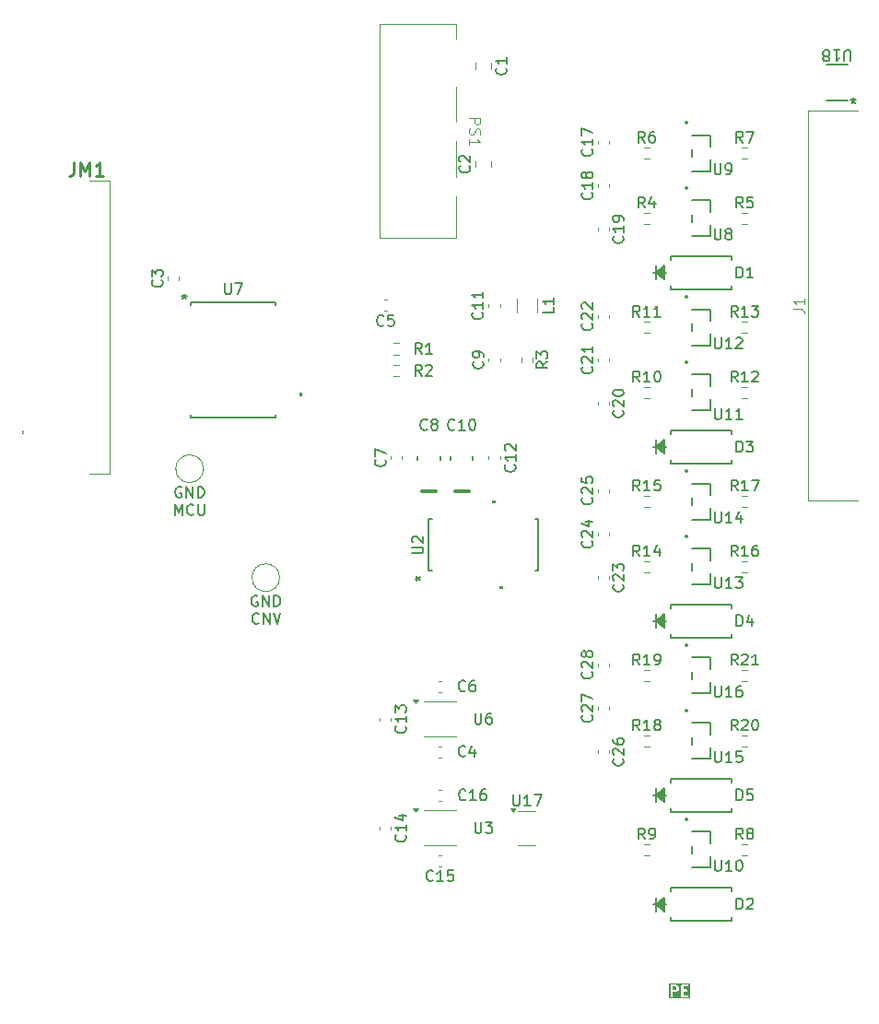
<source format=gbr>
%TF.GenerationSoftware,KiCad,Pcbnew,9.0.3*%
%TF.CreationDate,2025-07-19T20:22:36+03:00*%
%TF.ProjectId,PMCNV-AI4T,504d434e-562d-4414-9934-542e6b696361,rev?*%
%TF.SameCoordinates,Original*%
%TF.FileFunction,Legend,Top*%
%TF.FilePolarity,Positive*%
%FSLAX46Y46*%
G04 Gerber Fmt 4.6, Leading zero omitted, Abs format (unit mm)*
G04 Created by KiCad (PCBNEW 9.0.3) date 2025-07-19 20:22:36*
%MOMM*%
%LPD*%
G01*
G04 APERTURE LIST*
%ADD10C,0.150000*%
%ADD11C,0.200000*%
%ADD12C,0.100000*%
%ADD13C,0.254000*%
%ADD14C,0.120000*%
%ADD15C,0.152400*%
%ADD16C,0.300000*%
%ADD17C,0.000000*%
G04 APERTURE END LIST*
D10*
X-16761905Y-4697466D02*
X-16857143Y-4649847D01*
X-16857143Y-4649847D02*
X-17000000Y-4649847D01*
X-17000000Y-4649847D02*
X-17142857Y-4697466D01*
X-17142857Y-4697466D02*
X-17238095Y-4792704D01*
X-17238095Y-4792704D02*
X-17285714Y-4887942D01*
X-17285714Y-4887942D02*
X-17333333Y-5078418D01*
X-17333333Y-5078418D02*
X-17333333Y-5221275D01*
X-17333333Y-5221275D02*
X-17285714Y-5411751D01*
X-17285714Y-5411751D02*
X-17238095Y-5506989D01*
X-17238095Y-5506989D02*
X-17142857Y-5602228D01*
X-17142857Y-5602228D02*
X-17000000Y-5649847D01*
X-17000000Y-5649847D02*
X-16904762Y-5649847D01*
X-16904762Y-5649847D02*
X-16761905Y-5602228D01*
X-16761905Y-5602228D02*
X-16714286Y-5554608D01*
X-16714286Y-5554608D02*
X-16714286Y-5221275D01*
X-16714286Y-5221275D02*
X-16904762Y-5221275D01*
X-16285714Y-5649847D02*
X-16285714Y-4649847D01*
X-16285714Y-4649847D02*
X-15714286Y-5649847D01*
X-15714286Y-5649847D02*
X-15714286Y-4649847D01*
X-15238095Y-5649847D02*
X-15238095Y-4649847D01*
X-15238095Y-4649847D02*
X-15000000Y-4649847D01*
X-15000000Y-4649847D02*
X-14857143Y-4697466D01*
X-14857143Y-4697466D02*
X-14761905Y-4792704D01*
X-14761905Y-4792704D02*
X-14714286Y-4887942D01*
X-14714286Y-4887942D02*
X-14666667Y-5078418D01*
X-14666667Y-5078418D02*
X-14666667Y-5221275D01*
X-14666667Y-5221275D02*
X-14714286Y-5411751D01*
X-14714286Y-5411751D02*
X-14761905Y-5506989D01*
X-14761905Y-5506989D02*
X-14857143Y-5602228D01*
X-14857143Y-5602228D02*
X-15000000Y-5649847D01*
X-15000000Y-5649847D02*
X-15238095Y-5649847D01*
X-16642858Y-7164552D02*
X-16690477Y-7212172D01*
X-16690477Y-7212172D02*
X-16833334Y-7259791D01*
X-16833334Y-7259791D02*
X-16928572Y-7259791D01*
X-16928572Y-7259791D02*
X-17071429Y-7212172D01*
X-17071429Y-7212172D02*
X-17166667Y-7116933D01*
X-17166667Y-7116933D02*
X-17214286Y-7021695D01*
X-17214286Y-7021695D02*
X-17261905Y-6831219D01*
X-17261905Y-6831219D02*
X-17261905Y-6688362D01*
X-17261905Y-6688362D02*
X-17214286Y-6497886D01*
X-17214286Y-6497886D02*
X-17166667Y-6402648D01*
X-17166667Y-6402648D02*
X-17071429Y-6307410D01*
X-17071429Y-6307410D02*
X-16928572Y-6259791D01*
X-16928572Y-6259791D02*
X-16833334Y-6259791D01*
X-16833334Y-6259791D02*
X-16690477Y-6307410D01*
X-16690477Y-6307410D02*
X-16642858Y-6355029D01*
X-16214286Y-7259791D02*
X-16214286Y-6259791D01*
X-16214286Y-6259791D02*
X-15642858Y-7259791D01*
X-15642858Y-7259791D02*
X-15642858Y-6259791D01*
X-15309524Y-6259791D02*
X-14976191Y-7259791D01*
X-14976191Y-7259791D02*
X-14642858Y-6259791D01*
D11*
G36*
X21702668Y-40582024D02*
G01*
X21727337Y-40606692D01*
X21757142Y-40666302D01*
X21757142Y-40761945D01*
X21727337Y-40821554D01*
X21702668Y-40846222D01*
X21643059Y-40876028D01*
X21385714Y-40876028D01*
X21385714Y-40552219D01*
X21643059Y-40552219D01*
X21702668Y-40582024D01*
G37*
G36*
X22971094Y-41663330D02*
G01*
X21074603Y-41663330D01*
X21074603Y-40452219D01*
X21185714Y-40452219D01*
X21185714Y-41452219D01*
X21187635Y-41471728D01*
X21202567Y-41507776D01*
X21230157Y-41535366D01*
X21266205Y-41550298D01*
X21305223Y-41550298D01*
X21341271Y-41535366D01*
X21368861Y-41507776D01*
X21383793Y-41471728D01*
X21385714Y-41452219D01*
X21385714Y-41076028D01*
X21666666Y-41076028D01*
X21686175Y-41074107D01*
X21689495Y-41072731D01*
X21693079Y-41072477D01*
X21711387Y-41065471D01*
X21806625Y-41017852D01*
X21815021Y-41012566D01*
X21817461Y-41011556D01*
X21820207Y-41009302D01*
X21823215Y-41007409D01*
X21824944Y-41005414D01*
X21832615Y-40999120D01*
X21880233Y-40951501D01*
X21886525Y-40943834D01*
X21888523Y-40942102D01*
X21890416Y-40939093D01*
X21892670Y-40936348D01*
X21893680Y-40933907D01*
X21898966Y-40925511D01*
X21946585Y-40830274D01*
X21953591Y-40811965D01*
X21953845Y-40808381D01*
X21955221Y-40805061D01*
X21957142Y-40785552D01*
X21957142Y-40642695D01*
X21955221Y-40623186D01*
X21953845Y-40619865D01*
X21953591Y-40616282D01*
X21946585Y-40597973D01*
X21898966Y-40502736D01*
X21893680Y-40494339D01*
X21892670Y-40491899D01*
X21890416Y-40489153D01*
X21888523Y-40486145D01*
X21886525Y-40484412D01*
X21880233Y-40476746D01*
X21855707Y-40452219D01*
X22185714Y-40452219D01*
X22185714Y-41452219D01*
X22187635Y-41471728D01*
X22202567Y-41507776D01*
X22230157Y-41535366D01*
X22266205Y-41550298D01*
X22285714Y-41552219D01*
X22761904Y-41552219D01*
X22781413Y-41550298D01*
X22817461Y-41535366D01*
X22845051Y-41507776D01*
X22859983Y-41471728D01*
X22859983Y-41432710D01*
X22845051Y-41396662D01*
X22817461Y-41369072D01*
X22781413Y-41354140D01*
X22761904Y-41352219D01*
X22385714Y-41352219D01*
X22385714Y-41028409D01*
X22619047Y-41028409D01*
X22638556Y-41026488D01*
X22674604Y-41011556D01*
X22702194Y-40983966D01*
X22717126Y-40947918D01*
X22717126Y-40908900D01*
X22702194Y-40872852D01*
X22674604Y-40845262D01*
X22638556Y-40830330D01*
X22619047Y-40828409D01*
X22385714Y-40828409D01*
X22385714Y-40552219D01*
X22761904Y-40552219D01*
X22781413Y-40550298D01*
X22817461Y-40535366D01*
X22845051Y-40507776D01*
X22859983Y-40471728D01*
X22859983Y-40432710D01*
X22845051Y-40396662D01*
X22817461Y-40369072D01*
X22781413Y-40354140D01*
X22761904Y-40352219D01*
X22285714Y-40352219D01*
X22266205Y-40354140D01*
X22230157Y-40369072D01*
X22202567Y-40396662D01*
X22187635Y-40432710D01*
X22185714Y-40452219D01*
X21855707Y-40452219D01*
X21832615Y-40429127D01*
X21824944Y-40422832D01*
X21823215Y-40420838D01*
X21820207Y-40418944D01*
X21817461Y-40416691D01*
X21815021Y-40415680D01*
X21806625Y-40410395D01*
X21711387Y-40362776D01*
X21693079Y-40355770D01*
X21689495Y-40355515D01*
X21686175Y-40354140D01*
X21666666Y-40352219D01*
X21285714Y-40352219D01*
X21266205Y-40354140D01*
X21230157Y-40369072D01*
X21202567Y-40396662D01*
X21187635Y-40432710D01*
X21185714Y-40452219D01*
X21074603Y-40452219D01*
X21074603Y-40241108D01*
X22971094Y-40241108D01*
X22971094Y-41663330D01*
G37*
D10*
X-23761905Y5302534D02*
X-23857143Y5350153D01*
X-23857143Y5350153D02*
X-24000000Y5350153D01*
X-24000000Y5350153D02*
X-24142857Y5302534D01*
X-24142857Y5302534D02*
X-24238095Y5207296D01*
X-24238095Y5207296D02*
X-24285714Y5112058D01*
X-24285714Y5112058D02*
X-24333333Y4921582D01*
X-24333333Y4921582D02*
X-24333333Y4778725D01*
X-24333333Y4778725D02*
X-24285714Y4588249D01*
X-24285714Y4588249D02*
X-24238095Y4493011D01*
X-24238095Y4493011D02*
X-24142857Y4397772D01*
X-24142857Y4397772D02*
X-24000000Y4350153D01*
X-24000000Y4350153D02*
X-23904762Y4350153D01*
X-23904762Y4350153D02*
X-23761905Y4397772D01*
X-23761905Y4397772D02*
X-23714286Y4445392D01*
X-23714286Y4445392D02*
X-23714286Y4778725D01*
X-23714286Y4778725D02*
X-23904762Y4778725D01*
X-23285714Y4350153D02*
X-23285714Y5350153D01*
X-23285714Y5350153D02*
X-22714286Y4350153D01*
X-22714286Y4350153D02*
X-22714286Y5350153D01*
X-22238095Y4350153D02*
X-22238095Y5350153D01*
X-22238095Y5350153D02*
X-22000000Y5350153D01*
X-22000000Y5350153D02*
X-21857143Y5302534D01*
X-21857143Y5302534D02*
X-21761905Y5207296D01*
X-21761905Y5207296D02*
X-21714286Y5112058D01*
X-21714286Y5112058D02*
X-21666667Y4921582D01*
X-21666667Y4921582D02*
X-21666667Y4778725D01*
X-21666667Y4778725D02*
X-21714286Y4588249D01*
X-21714286Y4588249D02*
X-21761905Y4493011D01*
X-21761905Y4493011D02*
X-21857143Y4397772D01*
X-21857143Y4397772D02*
X-22000000Y4350153D01*
X-22000000Y4350153D02*
X-22238095Y4350153D01*
X-24357143Y2740209D02*
X-24357143Y3740209D01*
X-24357143Y3740209D02*
X-24023810Y3025924D01*
X-24023810Y3025924D02*
X-23690477Y3740209D01*
X-23690477Y3740209D02*
X-23690477Y2740209D01*
X-22642858Y2835448D02*
X-22690477Y2787828D01*
X-22690477Y2787828D02*
X-22833334Y2740209D01*
X-22833334Y2740209D02*
X-22928572Y2740209D01*
X-22928572Y2740209D02*
X-23071429Y2787828D01*
X-23071429Y2787828D02*
X-23166667Y2883067D01*
X-23166667Y2883067D02*
X-23214286Y2978305D01*
X-23214286Y2978305D02*
X-23261905Y3168781D01*
X-23261905Y3168781D02*
X-23261905Y3311638D01*
X-23261905Y3311638D02*
X-23214286Y3502114D01*
X-23214286Y3502114D02*
X-23166667Y3597352D01*
X-23166667Y3597352D02*
X-23071429Y3692590D01*
X-23071429Y3692590D02*
X-22928572Y3740209D01*
X-22928572Y3740209D02*
X-22833334Y3740209D01*
X-22833334Y3740209D02*
X-22690477Y3692590D01*
X-22690477Y3692590D02*
X-22642858Y3644971D01*
X-22214286Y3740209D02*
X-22214286Y2930686D01*
X-22214286Y2930686D02*
X-22166667Y2835448D01*
X-22166667Y2835448D02*
X-22119048Y2787828D01*
X-22119048Y2787828D02*
X-22023810Y2740209D01*
X-22023810Y2740209D02*
X-21833334Y2740209D01*
X-21833334Y2740209D02*
X-21738096Y2787828D01*
X-21738096Y2787828D02*
X-21690477Y2835448D01*
X-21690477Y2835448D02*
X-21642858Y2930686D01*
X-21642858Y2930686D02*
X-21642858Y3740209D01*
X18833333Y30975181D02*
X18500000Y31451372D01*
X18261905Y30975181D02*
X18261905Y31975181D01*
X18261905Y31975181D02*
X18642857Y31975181D01*
X18642857Y31975181D02*
X18738095Y31927562D01*
X18738095Y31927562D02*
X18785714Y31879943D01*
X18785714Y31879943D02*
X18833333Y31784705D01*
X18833333Y31784705D02*
X18833333Y31641848D01*
X18833333Y31641848D02*
X18785714Y31546610D01*
X18785714Y31546610D02*
X18738095Y31498991D01*
X18738095Y31498991D02*
X18642857Y31451372D01*
X18642857Y31451372D02*
X18261905Y31451372D01*
X19690476Y31641848D02*
X19690476Y30975181D01*
X19452381Y32022800D02*
X19214286Y31308515D01*
X19214286Y31308515D02*
X19833333Y31308515D01*
X1357142Y10640420D02*
X1309523Y10592800D01*
X1309523Y10592800D02*
X1166666Y10545181D01*
X1166666Y10545181D02*
X1071428Y10545181D01*
X1071428Y10545181D02*
X928571Y10592800D01*
X928571Y10592800D02*
X833333Y10688039D01*
X833333Y10688039D02*
X785714Y10783277D01*
X785714Y10783277D02*
X738095Y10973753D01*
X738095Y10973753D02*
X738095Y11116610D01*
X738095Y11116610D02*
X785714Y11307086D01*
X785714Y11307086D02*
X833333Y11402324D01*
X833333Y11402324D02*
X928571Y11497562D01*
X928571Y11497562D02*
X1071428Y11545181D01*
X1071428Y11545181D02*
X1166666Y11545181D01*
X1166666Y11545181D02*
X1309523Y11497562D01*
X1309523Y11497562D02*
X1357142Y11449943D01*
X2309523Y10545181D02*
X1738095Y10545181D01*
X2023809Y10545181D02*
X2023809Y11545181D01*
X2023809Y11545181D02*
X1928571Y11402324D01*
X1928571Y11402324D02*
X1833333Y11307086D01*
X1833333Y11307086D02*
X1738095Y11259467D01*
X2928571Y11545181D02*
X3023809Y11545181D01*
X3023809Y11545181D02*
X3119047Y11497562D01*
X3119047Y11497562D02*
X3166666Y11449943D01*
X3166666Y11449943D02*
X3214285Y11354705D01*
X3214285Y11354705D02*
X3261904Y11164229D01*
X3261904Y11164229D02*
X3261904Y10926134D01*
X3261904Y10926134D02*
X3214285Y10735658D01*
X3214285Y10735658D02*
X3166666Y10640420D01*
X3166666Y10640420D02*
X3119047Y10592800D01*
X3119047Y10592800D02*
X3023809Y10545181D01*
X3023809Y10545181D02*
X2928571Y10545181D01*
X2928571Y10545181D02*
X2833333Y10592800D01*
X2833333Y10592800D02*
X2785714Y10640420D01*
X2785714Y10640420D02*
X2738095Y10735658D01*
X2738095Y10735658D02*
X2690476Y10926134D01*
X2690476Y10926134D02*
X2690476Y11164229D01*
X2690476Y11164229D02*
X2738095Y11354705D01*
X2738095Y11354705D02*
X2785714Y11449943D01*
X2785714Y11449943D02*
X2833333Y11497562D01*
X2833333Y11497562D02*
X2928571Y11545181D01*
X27357142Y-1024819D02*
X27023809Y-548628D01*
X26785714Y-1024819D02*
X26785714Y-24819D01*
X26785714Y-24819D02*
X27166666Y-24819D01*
X27166666Y-24819D02*
X27261904Y-72438D01*
X27261904Y-72438D02*
X27309523Y-120057D01*
X27309523Y-120057D02*
X27357142Y-215295D01*
X27357142Y-215295D02*
X27357142Y-358152D01*
X27357142Y-358152D02*
X27309523Y-453390D01*
X27309523Y-453390D02*
X27261904Y-501009D01*
X27261904Y-501009D02*
X27166666Y-548628D01*
X27166666Y-548628D02*
X26785714Y-548628D01*
X28309523Y-1024819D02*
X27738095Y-1024819D01*
X28023809Y-1024819D02*
X28023809Y-24819D01*
X28023809Y-24819D02*
X27928571Y-167676D01*
X27928571Y-167676D02*
X27833333Y-262914D01*
X27833333Y-262914D02*
X27738095Y-310533D01*
X29166666Y-24819D02*
X28976190Y-24819D01*
X28976190Y-24819D02*
X28880952Y-72438D01*
X28880952Y-72438D02*
X28833333Y-120057D01*
X28833333Y-120057D02*
X28738095Y-262914D01*
X28738095Y-262914D02*
X28690476Y-453390D01*
X28690476Y-453390D02*
X28690476Y-834342D01*
X28690476Y-834342D02*
X28738095Y-929580D01*
X28738095Y-929580D02*
X28785714Y-977200D01*
X28785714Y-977200D02*
X28880952Y-1024819D01*
X28880952Y-1024819D02*
X29071428Y-1024819D01*
X29071428Y-1024819D02*
X29166666Y-977200D01*
X29166666Y-977200D02*
X29214285Y-929580D01*
X29214285Y-929580D02*
X29261904Y-834342D01*
X29261904Y-834342D02*
X29261904Y-596247D01*
X29261904Y-596247D02*
X29214285Y-501009D01*
X29214285Y-501009D02*
X29166666Y-453390D01*
X29166666Y-453390D02*
X29071428Y-405771D01*
X29071428Y-405771D02*
X28880952Y-405771D01*
X28880952Y-405771D02*
X28785714Y-453390D01*
X28785714Y-453390D02*
X28738095Y-501009D01*
X28738095Y-501009D02*
X28690476Y-596247D01*
X-3210420Y-16642857D02*
X-3162800Y-16690476D01*
X-3162800Y-16690476D02*
X-3115181Y-16833333D01*
X-3115181Y-16833333D02*
X-3115181Y-16928571D01*
X-3115181Y-16928571D02*
X-3162800Y-17071428D01*
X-3162800Y-17071428D02*
X-3258039Y-17166666D01*
X-3258039Y-17166666D02*
X-3353277Y-17214285D01*
X-3353277Y-17214285D02*
X-3543753Y-17261904D01*
X-3543753Y-17261904D02*
X-3686610Y-17261904D01*
X-3686610Y-17261904D02*
X-3877086Y-17214285D01*
X-3877086Y-17214285D02*
X-3972324Y-17166666D01*
X-3972324Y-17166666D02*
X-4067562Y-17071428D01*
X-4067562Y-17071428D02*
X-4115181Y-16928571D01*
X-4115181Y-16928571D02*
X-4115181Y-16833333D01*
X-4115181Y-16833333D02*
X-4067562Y-16690476D01*
X-4067562Y-16690476D02*
X-4019943Y-16642857D01*
X-3115181Y-15690476D02*
X-3115181Y-16261904D01*
X-3115181Y-15976190D02*
X-4115181Y-15976190D01*
X-4115181Y-15976190D02*
X-3972324Y-16071428D01*
X-3972324Y-16071428D02*
X-3877086Y-16166666D01*
X-3877086Y-16166666D02*
X-3829467Y-16261904D01*
X-4115181Y-15357142D02*
X-4115181Y-14738095D01*
X-4115181Y-14738095D02*
X-3734229Y-15071428D01*
X-3734229Y-15071428D02*
X-3734229Y-14928571D01*
X-3734229Y-14928571D02*
X-3686610Y-14833333D01*
X-3686610Y-14833333D02*
X-3638991Y-14785714D01*
X-3638991Y-14785714D02*
X-3543753Y-14738095D01*
X-3543753Y-14738095D02*
X-3305658Y-14738095D01*
X-3305658Y-14738095D02*
X-3210420Y-14785714D01*
X-3210420Y-14785714D02*
X-3162800Y-14833333D01*
X-3162800Y-14833333D02*
X-3115181Y-14928571D01*
X-3115181Y-14928571D02*
X-3115181Y-15214285D01*
X-3115181Y-15214285D02*
X-3162800Y-15309523D01*
X-3162800Y-15309523D02*
X-3210420Y-15357142D01*
X13929580Y-11642857D02*
X13977200Y-11690476D01*
X13977200Y-11690476D02*
X14024819Y-11833333D01*
X14024819Y-11833333D02*
X14024819Y-11928571D01*
X14024819Y-11928571D02*
X13977200Y-12071428D01*
X13977200Y-12071428D02*
X13881961Y-12166666D01*
X13881961Y-12166666D02*
X13786723Y-12214285D01*
X13786723Y-12214285D02*
X13596247Y-12261904D01*
X13596247Y-12261904D02*
X13453390Y-12261904D01*
X13453390Y-12261904D02*
X13262914Y-12214285D01*
X13262914Y-12214285D02*
X13167676Y-12166666D01*
X13167676Y-12166666D02*
X13072438Y-12071428D01*
X13072438Y-12071428D02*
X13024819Y-11928571D01*
X13024819Y-11928571D02*
X13024819Y-11833333D01*
X13024819Y-11833333D02*
X13072438Y-11690476D01*
X13072438Y-11690476D02*
X13120057Y-11642857D01*
X13120057Y-11261904D02*
X13072438Y-11214285D01*
X13072438Y-11214285D02*
X13024819Y-11119047D01*
X13024819Y-11119047D02*
X13024819Y-10880952D01*
X13024819Y-10880952D02*
X13072438Y-10785714D01*
X13072438Y-10785714D02*
X13120057Y-10738095D01*
X13120057Y-10738095D02*
X13215295Y-10690476D01*
X13215295Y-10690476D02*
X13310533Y-10690476D01*
X13310533Y-10690476D02*
X13453390Y-10738095D01*
X13453390Y-10738095D02*
X14024819Y-11309523D01*
X14024819Y-11309523D02*
X14024819Y-10690476D01*
X13453390Y-10119047D02*
X13405771Y-10214285D01*
X13405771Y-10214285D02*
X13358152Y-10261904D01*
X13358152Y-10261904D02*
X13262914Y-10309523D01*
X13262914Y-10309523D02*
X13215295Y-10309523D01*
X13215295Y-10309523D02*
X13120057Y-10261904D01*
X13120057Y-10261904D02*
X13072438Y-10214285D01*
X13072438Y-10214285D02*
X13024819Y-10119047D01*
X13024819Y-10119047D02*
X13024819Y-9928571D01*
X13024819Y-9928571D02*
X13072438Y-9833333D01*
X13072438Y-9833333D02*
X13120057Y-9785714D01*
X13120057Y-9785714D02*
X13215295Y-9738095D01*
X13215295Y-9738095D02*
X13262914Y-9738095D01*
X13262914Y-9738095D02*
X13358152Y-9785714D01*
X13358152Y-9785714D02*
X13405771Y-9833333D01*
X13405771Y-9833333D02*
X13453390Y-9928571D01*
X13453390Y-9928571D02*
X13453390Y-10119047D01*
X13453390Y-10119047D02*
X13501009Y-10214285D01*
X13501009Y-10214285D02*
X13548628Y-10261904D01*
X13548628Y-10261904D02*
X13643866Y-10309523D01*
X13643866Y-10309523D02*
X13834342Y-10309523D01*
X13834342Y-10309523D02*
X13929580Y-10261904D01*
X13929580Y-10261904D02*
X13977200Y-10214285D01*
X13977200Y-10214285D02*
X14024819Y-10119047D01*
X14024819Y-10119047D02*
X14024819Y-9928571D01*
X14024819Y-9928571D02*
X13977200Y-9833333D01*
X13977200Y-9833333D02*
X13929580Y-9785714D01*
X13929580Y-9785714D02*
X13834342Y-9738095D01*
X13834342Y-9738095D02*
X13643866Y-9738095D01*
X13643866Y-9738095D02*
X13548628Y-9785714D01*
X13548628Y-9785714D02*
X13501009Y-9833333D01*
X13501009Y-9833333D02*
X13453390Y-9928571D01*
X3929580Y16833334D02*
X3977200Y16785715D01*
X3977200Y16785715D02*
X4024819Y16642858D01*
X4024819Y16642858D02*
X4024819Y16547620D01*
X4024819Y16547620D02*
X3977200Y16404763D01*
X3977200Y16404763D02*
X3881961Y16309525D01*
X3881961Y16309525D02*
X3786723Y16261906D01*
X3786723Y16261906D02*
X3596247Y16214287D01*
X3596247Y16214287D02*
X3453390Y16214287D01*
X3453390Y16214287D02*
X3262914Y16261906D01*
X3262914Y16261906D02*
X3167676Y16309525D01*
X3167676Y16309525D02*
X3072438Y16404763D01*
X3072438Y16404763D02*
X3024819Y16547620D01*
X3024819Y16547620D02*
X3024819Y16642858D01*
X3024819Y16642858D02*
X3072438Y16785715D01*
X3072438Y16785715D02*
X3120057Y16833334D01*
X4024819Y17309525D02*
X4024819Y17500001D01*
X4024819Y17500001D02*
X3977200Y17595239D01*
X3977200Y17595239D02*
X3929580Y17642858D01*
X3929580Y17642858D02*
X3786723Y17738096D01*
X3786723Y17738096D02*
X3596247Y17785715D01*
X3596247Y17785715D02*
X3215295Y17785715D01*
X3215295Y17785715D02*
X3120057Y17738096D01*
X3120057Y17738096D02*
X3072438Y17690477D01*
X3072438Y17690477D02*
X3024819Y17595239D01*
X3024819Y17595239D02*
X3024819Y17404763D01*
X3024819Y17404763D02*
X3072438Y17309525D01*
X3072438Y17309525D02*
X3120057Y17261906D01*
X3120057Y17261906D02*
X3215295Y17214287D01*
X3215295Y17214287D02*
X3453390Y17214287D01*
X3453390Y17214287D02*
X3548628Y17261906D01*
X3548628Y17261906D02*
X3596247Y17309525D01*
X3596247Y17309525D02*
X3643866Y17404763D01*
X3643866Y17404763D02*
X3643866Y17595239D01*
X3643866Y17595239D02*
X3596247Y17690477D01*
X3596247Y17690477D02*
X3548628Y17738096D01*
X3548628Y17738096D02*
X3453390Y17785715D01*
X-642858Y-30789580D02*
X-690477Y-30837200D01*
X-690477Y-30837200D02*
X-833334Y-30884819D01*
X-833334Y-30884819D02*
X-928572Y-30884819D01*
X-928572Y-30884819D02*
X-1071429Y-30837200D01*
X-1071429Y-30837200D02*
X-1166667Y-30741961D01*
X-1166667Y-30741961D02*
X-1214286Y-30646723D01*
X-1214286Y-30646723D02*
X-1261905Y-30456247D01*
X-1261905Y-30456247D02*
X-1261905Y-30313390D01*
X-1261905Y-30313390D02*
X-1214286Y-30122914D01*
X-1214286Y-30122914D02*
X-1166667Y-30027676D01*
X-1166667Y-30027676D02*
X-1071429Y-29932438D01*
X-1071429Y-29932438D02*
X-928572Y-29884819D01*
X-928572Y-29884819D02*
X-833334Y-29884819D01*
X-833334Y-29884819D02*
X-690477Y-29932438D01*
X-690477Y-29932438D02*
X-642858Y-29980057D01*
X309523Y-30884819D02*
X-261905Y-30884819D01*
X23809Y-30884819D02*
X23809Y-29884819D01*
X23809Y-29884819D02*
X-71429Y-30027676D01*
X-71429Y-30027676D02*
X-166667Y-30122914D01*
X-166667Y-30122914D02*
X-261905Y-30170533D01*
X1214285Y-29884819D02*
X738095Y-29884819D01*
X738095Y-29884819D02*
X690476Y-30361009D01*
X690476Y-30361009D02*
X738095Y-30313390D01*
X738095Y-30313390D02*
X833333Y-30265771D01*
X833333Y-30265771D02*
X1071428Y-30265771D01*
X1071428Y-30265771D02*
X1166666Y-30313390D01*
X1166666Y-30313390D02*
X1214285Y-30361009D01*
X1214285Y-30361009D02*
X1261904Y-30456247D01*
X1261904Y-30456247D02*
X1261904Y-30694342D01*
X1261904Y-30694342D02*
X1214285Y-30789580D01*
X1214285Y-30789580D02*
X1166666Y-30837200D01*
X1166666Y-30837200D02*
X1071428Y-30884819D01*
X1071428Y-30884819D02*
X833333Y-30884819D01*
X833333Y-30884819D02*
X738095Y-30837200D01*
X738095Y-30837200D02*
X690476Y-30789580D01*
X-5070420Y7833334D02*
X-5022800Y7785715D01*
X-5022800Y7785715D02*
X-4975181Y7642858D01*
X-4975181Y7642858D02*
X-4975181Y7547620D01*
X-4975181Y7547620D02*
X-5022800Y7404763D01*
X-5022800Y7404763D02*
X-5118039Y7309525D01*
X-5118039Y7309525D02*
X-5213277Y7261906D01*
X-5213277Y7261906D02*
X-5403753Y7214287D01*
X-5403753Y7214287D02*
X-5546610Y7214287D01*
X-5546610Y7214287D02*
X-5737086Y7261906D01*
X-5737086Y7261906D02*
X-5832324Y7309525D01*
X-5832324Y7309525D02*
X-5927562Y7404763D01*
X-5927562Y7404763D02*
X-5975181Y7547620D01*
X-5975181Y7547620D02*
X-5975181Y7642858D01*
X-5975181Y7642858D02*
X-5927562Y7785715D01*
X-5927562Y7785715D02*
X-5879943Y7833334D01*
X-5975181Y8166668D02*
X-5975181Y8833334D01*
X-5975181Y8833334D02*
X-4975181Y8404763D01*
X13929580Y4357143D02*
X13977200Y4309524D01*
X13977200Y4309524D02*
X14024819Y4166667D01*
X14024819Y4166667D02*
X14024819Y4071429D01*
X14024819Y4071429D02*
X13977200Y3928572D01*
X13977200Y3928572D02*
X13881961Y3833334D01*
X13881961Y3833334D02*
X13786723Y3785715D01*
X13786723Y3785715D02*
X13596247Y3738096D01*
X13596247Y3738096D02*
X13453390Y3738096D01*
X13453390Y3738096D02*
X13262914Y3785715D01*
X13262914Y3785715D02*
X13167676Y3833334D01*
X13167676Y3833334D02*
X13072438Y3928572D01*
X13072438Y3928572D02*
X13024819Y4071429D01*
X13024819Y4071429D02*
X13024819Y4166667D01*
X13024819Y4166667D02*
X13072438Y4309524D01*
X13072438Y4309524D02*
X13120057Y4357143D01*
X13120057Y4738096D02*
X13072438Y4785715D01*
X13072438Y4785715D02*
X13024819Y4880953D01*
X13024819Y4880953D02*
X13024819Y5119048D01*
X13024819Y5119048D02*
X13072438Y5214286D01*
X13072438Y5214286D02*
X13120057Y5261905D01*
X13120057Y5261905D02*
X13215295Y5309524D01*
X13215295Y5309524D02*
X13310533Y5309524D01*
X13310533Y5309524D02*
X13453390Y5261905D01*
X13453390Y5261905D02*
X14024819Y4690477D01*
X14024819Y4690477D02*
X14024819Y5309524D01*
X13024819Y6214286D02*
X13024819Y5738096D01*
X13024819Y5738096D02*
X13501009Y5690477D01*
X13501009Y5690477D02*
X13453390Y5738096D01*
X13453390Y5738096D02*
X13405771Y5833334D01*
X13405771Y5833334D02*
X13405771Y6071429D01*
X13405771Y6071429D02*
X13453390Y6166667D01*
X13453390Y6166667D02*
X13501009Y6214286D01*
X13501009Y6214286D02*
X13596247Y6261905D01*
X13596247Y6261905D02*
X13834342Y6261905D01*
X13834342Y6261905D02*
X13929580Y6214286D01*
X13929580Y6214286D02*
X13977200Y6166667D01*
X13977200Y6166667D02*
X14024819Y6071429D01*
X14024819Y6071429D02*
X14024819Y5833334D01*
X14024819Y5833334D02*
X13977200Y5738096D01*
X13977200Y5738096D02*
X13929580Y5690477D01*
X25238095Y35045181D02*
X25238095Y34235658D01*
X25238095Y34235658D02*
X25285714Y34140420D01*
X25285714Y34140420D02*
X25333333Y34092800D01*
X25333333Y34092800D02*
X25428571Y34045181D01*
X25428571Y34045181D02*
X25619047Y34045181D01*
X25619047Y34045181D02*
X25714285Y34092800D01*
X25714285Y34092800D02*
X25761904Y34140420D01*
X25761904Y34140420D02*
X25809523Y34235658D01*
X25809523Y34235658D02*
X25809523Y35045181D01*
X26333333Y34045181D02*
X26523809Y34045181D01*
X26523809Y34045181D02*
X26619047Y34092800D01*
X26619047Y34092800D02*
X26666666Y34140420D01*
X26666666Y34140420D02*
X26761904Y34283277D01*
X26761904Y34283277D02*
X26809523Y34473753D01*
X26809523Y34473753D02*
X26809523Y34854705D01*
X26809523Y34854705D02*
X26761904Y34949943D01*
X26761904Y34949943D02*
X26714285Y34997562D01*
X26714285Y34997562D02*
X26619047Y35045181D01*
X26619047Y35045181D02*
X26428571Y35045181D01*
X26428571Y35045181D02*
X26333333Y34997562D01*
X26333333Y34997562D02*
X26285714Y34949943D01*
X26285714Y34949943D02*
X26238095Y34854705D01*
X26238095Y34854705D02*
X26238095Y34616610D01*
X26238095Y34616610D02*
X26285714Y34521372D01*
X26285714Y34521372D02*
X26333333Y34473753D01*
X26333333Y34473753D02*
X26428571Y34426134D01*
X26428571Y34426134D02*
X26619047Y34426134D01*
X26619047Y34426134D02*
X26714285Y34473753D01*
X26714285Y34473753D02*
X26761904Y34521372D01*
X26761904Y34521372D02*
X26809523Y34616610D01*
X27261905Y-33454819D02*
X27261905Y-32454819D01*
X27261905Y-32454819D02*
X27500000Y-32454819D01*
X27500000Y-32454819D02*
X27642857Y-32502438D01*
X27642857Y-32502438D02*
X27738095Y-32597676D01*
X27738095Y-32597676D02*
X27785714Y-32692914D01*
X27785714Y-32692914D02*
X27833333Y-32883390D01*
X27833333Y-32883390D02*
X27833333Y-33026247D01*
X27833333Y-33026247D02*
X27785714Y-33216723D01*
X27785714Y-33216723D02*
X27738095Y-33311961D01*
X27738095Y-33311961D02*
X27642857Y-33407200D01*
X27642857Y-33407200D02*
X27500000Y-33454819D01*
X27500000Y-33454819D02*
X27261905Y-33454819D01*
X28214286Y-32550057D02*
X28261905Y-32502438D01*
X28261905Y-32502438D02*
X28357143Y-32454819D01*
X28357143Y-32454819D02*
X28595238Y-32454819D01*
X28595238Y-32454819D02*
X28690476Y-32502438D01*
X28690476Y-32502438D02*
X28738095Y-32550057D01*
X28738095Y-32550057D02*
X28785714Y-32645295D01*
X28785714Y-32645295D02*
X28785714Y-32740533D01*
X28785714Y-32740533D02*
X28738095Y-32883390D01*
X28738095Y-32883390D02*
X28166667Y-33454819D01*
X28166667Y-33454819D02*
X28785714Y-33454819D01*
X18357142Y-17024819D02*
X18023809Y-16548628D01*
X17785714Y-17024819D02*
X17785714Y-16024819D01*
X17785714Y-16024819D02*
X18166666Y-16024819D01*
X18166666Y-16024819D02*
X18261904Y-16072438D01*
X18261904Y-16072438D02*
X18309523Y-16120057D01*
X18309523Y-16120057D02*
X18357142Y-16215295D01*
X18357142Y-16215295D02*
X18357142Y-16358152D01*
X18357142Y-16358152D02*
X18309523Y-16453390D01*
X18309523Y-16453390D02*
X18261904Y-16501009D01*
X18261904Y-16501009D02*
X18166666Y-16548628D01*
X18166666Y-16548628D02*
X17785714Y-16548628D01*
X19309523Y-17024819D02*
X18738095Y-17024819D01*
X19023809Y-17024819D02*
X19023809Y-16024819D01*
X19023809Y-16024819D02*
X18928571Y-16167676D01*
X18928571Y-16167676D02*
X18833333Y-16262914D01*
X18833333Y-16262914D02*
X18738095Y-16310533D01*
X19880952Y-16453390D02*
X19785714Y-16405771D01*
X19785714Y-16405771D02*
X19738095Y-16358152D01*
X19738095Y-16358152D02*
X19690476Y-16262914D01*
X19690476Y-16262914D02*
X19690476Y-16215295D01*
X19690476Y-16215295D02*
X19738095Y-16120057D01*
X19738095Y-16120057D02*
X19785714Y-16072438D01*
X19785714Y-16072438D02*
X19880952Y-16024819D01*
X19880952Y-16024819D02*
X20071428Y-16024819D01*
X20071428Y-16024819D02*
X20166666Y-16072438D01*
X20166666Y-16072438D02*
X20214285Y-16120057D01*
X20214285Y-16120057D02*
X20261904Y-16215295D01*
X20261904Y-16215295D02*
X20261904Y-16262914D01*
X20261904Y-16262914D02*
X20214285Y-16358152D01*
X20214285Y-16358152D02*
X20166666Y-16405771D01*
X20166666Y-16405771D02*
X20071428Y-16453390D01*
X20071428Y-16453390D02*
X19880952Y-16453390D01*
X19880952Y-16453390D02*
X19785714Y-16501009D01*
X19785714Y-16501009D02*
X19738095Y-16548628D01*
X19738095Y-16548628D02*
X19690476Y-16643866D01*
X19690476Y-16643866D02*
X19690476Y-16834342D01*
X19690476Y-16834342D02*
X19738095Y-16929580D01*
X19738095Y-16929580D02*
X19785714Y-16977200D01*
X19785714Y-16977200D02*
X19880952Y-17024819D01*
X19880952Y-17024819D02*
X20071428Y-17024819D01*
X20071428Y-17024819D02*
X20166666Y-16977200D01*
X20166666Y-16977200D02*
X20214285Y-16929580D01*
X20214285Y-16929580D02*
X20261904Y-16834342D01*
X20261904Y-16834342D02*
X20261904Y-16643866D01*
X20261904Y-16643866D02*
X20214285Y-16548628D01*
X20214285Y-16548628D02*
X20166666Y-16501009D01*
X20166666Y-16501009D02*
X20071428Y-16453390D01*
X-19761905Y24045181D02*
X-19761905Y23235658D01*
X-19761905Y23235658D02*
X-19714286Y23140420D01*
X-19714286Y23140420D02*
X-19666667Y23092800D01*
X-19666667Y23092800D02*
X-19571429Y23045181D01*
X-19571429Y23045181D02*
X-19380953Y23045181D01*
X-19380953Y23045181D02*
X-19285715Y23092800D01*
X-19285715Y23092800D02*
X-19238096Y23140420D01*
X-19238096Y23140420D02*
X-19190477Y23235658D01*
X-19190477Y23235658D02*
X-19190477Y24045181D01*
X-18809524Y24045181D02*
X-18142858Y24045181D01*
X-18142858Y24045181D02*
X-18571429Y23045181D01*
X-23500000Y23045181D02*
X-23500000Y22807086D01*
X-23738095Y22902324D02*
X-23500000Y22807086D01*
X-23500000Y22807086D02*
X-23261905Y22902324D01*
X-23642857Y22616610D02*
X-23500000Y22807086D01*
X-23500000Y22807086D02*
X-23357143Y22616610D01*
X25261905Y3045181D02*
X25261905Y2235658D01*
X25261905Y2235658D02*
X25309524Y2140420D01*
X25309524Y2140420D02*
X25357143Y2092800D01*
X25357143Y2092800D02*
X25452381Y2045181D01*
X25452381Y2045181D02*
X25642857Y2045181D01*
X25642857Y2045181D02*
X25738095Y2092800D01*
X25738095Y2092800D02*
X25785714Y2140420D01*
X25785714Y2140420D02*
X25833333Y2235658D01*
X25833333Y2235658D02*
X25833333Y3045181D01*
X26833333Y2045181D02*
X26261905Y2045181D01*
X26547619Y2045181D02*
X26547619Y3045181D01*
X26547619Y3045181D02*
X26452381Y2902324D01*
X26452381Y2902324D02*
X26357143Y2807086D01*
X26357143Y2807086D02*
X26261905Y2759467D01*
X27690476Y2711848D02*
X27690476Y2045181D01*
X27452381Y3092800D02*
X27214286Y2378515D01*
X27214286Y2378515D02*
X27833333Y2378515D01*
X27833333Y30975181D02*
X27500000Y31451372D01*
X27261905Y30975181D02*
X27261905Y31975181D01*
X27261905Y31975181D02*
X27642857Y31975181D01*
X27642857Y31975181D02*
X27738095Y31927562D01*
X27738095Y31927562D02*
X27785714Y31879943D01*
X27785714Y31879943D02*
X27833333Y31784705D01*
X27833333Y31784705D02*
X27833333Y31641848D01*
X27833333Y31641848D02*
X27785714Y31546610D01*
X27785714Y31546610D02*
X27738095Y31498991D01*
X27738095Y31498991D02*
X27642857Y31451372D01*
X27642857Y31451372D02*
X27261905Y31451372D01*
X28738095Y31975181D02*
X28261905Y31975181D01*
X28261905Y31975181D02*
X28214286Y31498991D01*
X28214286Y31498991D02*
X28261905Y31546610D01*
X28261905Y31546610D02*
X28357143Y31594229D01*
X28357143Y31594229D02*
X28595238Y31594229D01*
X28595238Y31594229D02*
X28690476Y31546610D01*
X28690476Y31546610D02*
X28738095Y31498991D01*
X28738095Y31498991D02*
X28785714Y31403753D01*
X28785714Y31403753D02*
X28785714Y31165658D01*
X28785714Y31165658D02*
X28738095Y31070420D01*
X28738095Y31070420D02*
X28690476Y31022800D01*
X28690476Y31022800D02*
X28595238Y30975181D01*
X28595238Y30975181D02*
X28357143Y30975181D01*
X28357143Y30975181D02*
X28261905Y31022800D01*
X28261905Y31022800D02*
X28214286Y31070420D01*
X9884819Y16833334D02*
X9408628Y16500001D01*
X9884819Y16261906D02*
X8884819Y16261906D01*
X8884819Y16261906D02*
X8884819Y16642858D01*
X8884819Y16642858D02*
X8932438Y16738096D01*
X8932438Y16738096D02*
X8980057Y16785715D01*
X8980057Y16785715D02*
X9075295Y16833334D01*
X9075295Y16833334D02*
X9218152Y16833334D01*
X9218152Y16833334D02*
X9313390Y16785715D01*
X9313390Y16785715D02*
X9361009Y16738096D01*
X9361009Y16738096D02*
X9408628Y16642858D01*
X9408628Y16642858D02*
X9408628Y16261906D01*
X8884819Y17166668D02*
X8884819Y17785715D01*
X8884819Y17785715D02*
X9265771Y17452382D01*
X9265771Y17452382D02*
X9265771Y17595239D01*
X9265771Y17595239D02*
X9313390Y17690477D01*
X9313390Y17690477D02*
X9361009Y17738096D01*
X9361009Y17738096D02*
X9456247Y17785715D01*
X9456247Y17785715D02*
X9694342Y17785715D01*
X9694342Y17785715D02*
X9789580Y17738096D01*
X9789580Y17738096D02*
X9837200Y17690477D01*
X9837200Y17690477D02*
X9884819Y17595239D01*
X9884819Y17595239D02*
X9884819Y17309525D01*
X9884819Y17309525D02*
X9837200Y17214287D01*
X9837200Y17214287D02*
X9789580Y17166668D01*
X25261905Y19045181D02*
X25261905Y18235658D01*
X25261905Y18235658D02*
X25309524Y18140420D01*
X25309524Y18140420D02*
X25357143Y18092800D01*
X25357143Y18092800D02*
X25452381Y18045181D01*
X25452381Y18045181D02*
X25642857Y18045181D01*
X25642857Y18045181D02*
X25738095Y18092800D01*
X25738095Y18092800D02*
X25785714Y18140420D01*
X25785714Y18140420D02*
X25833333Y18235658D01*
X25833333Y18235658D02*
X25833333Y19045181D01*
X26833333Y18045181D02*
X26261905Y18045181D01*
X26547619Y18045181D02*
X26547619Y19045181D01*
X26547619Y19045181D02*
X26452381Y18902324D01*
X26452381Y18902324D02*
X26357143Y18807086D01*
X26357143Y18807086D02*
X26261905Y18759467D01*
X27214286Y18949943D02*
X27261905Y18997562D01*
X27261905Y18997562D02*
X27357143Y19045181D01*
X27357143Y19045181D02*
X27595238Y19045181D01*
X27595238Y19045181D02*
X27690476Y18997562D01*
X27690476Y18997562D02*
X27738095Y18949943D01*
X27738095Y18949943D02*
X27785714Y18854705D01*
X27785714Y18854705D02*
X27785714Y18759467D01*
X27785714Y18759467D02*
X27738095Y18616610D01*
X27738095Y18616610D02*
X27166667Y18045181D01*
X27166667Y18045181D02*
X27785714Y18045181D01*
X18357142Y14975181D02*
X18023809Y15451372D01*
X17785714Y14975181D02*
X17785714Y15975181D01*
X17785714Y15975181D02*
X18166666Y15975181D01*
X18166666Y15975181D02*
X18261904Y15927562D01*
X18261904Y15927562D02*
X18309523Y15879943D01*
X18309523Y15879943D02*
X18357142Y15784705D01*
X18357142Y15784705D02*
X18357142Y15641848D01*
X18357142Y15641848D02*
X18309523Y15546610D01*
X18309523Y15546610D02*
X18261904Y15498991D01*
X18261904Y15498991D02*
X18166666Y15451372D01*
X18166666Y15451372D02*
X17785714Y15451372D01*
X19309523Y14975181D02*
X18738095Y14975181D01*
X19023809Y14975181D02*
X19023809Y15975181D01*
X19023809Y15975181D02*
X18928571Y15832324D01*
X18928571Y15832324D02*
X18833333Y15737086D01*
X18833333Y15737086D02*
X18738095Y15689467D01*
X19928571Y15975181D02*
X20023809Y15975181D01*
X20023809Y15975181D02*
X20119047Y15927562D01*
X20119047Y15927562D02*
X20166666Y15879943D01*
X20166666Y15879943D02*
X20214285Y15784705D01*
X20214285Y15784705D02*
X20261904Y15594229D01*
X20261904Y15594229D02*
X20261904Y15356134D01*
X20261904Y15356134D02*
X20214285Y15165658D01*
X20214285Y15165658D02*
X20166666Y15070420D01*
X20166666Y15070420D02*
X20119047Y15022800D01*
X20119047Y15022800D02*
X20023809Y14975181D01*
X20023809Y14975181D02*
X19928571Y14975181D01*
X19928571Y14975181D02*
X19833333Y15022800D01*
X19833333Y15022800D02*
X19785714Y15070420D01*
X19785714Y15070420D02*
X19738095Y15165658D01*
X19738095Y15165658D02*
X19690476Y15356134D01*
X19690476Y15356134D02*
X19690476Y15594229D01*
X19690476Y15594229D02*
X19738095Y15784705D01*
X19738095Y15784705D02*
X19785714Y15879943D01*
X19785714Y15879943D02*
X19833333Y15927562D01*
X19833333Y15927562D02*
X19928571Y15975181D01*
X-5166667Y20210420D02*
X-5214286Y20162800D01*
X-5214286Y20162800D02*
X-5357143Y20115181D01*
X-5357143Y20115181D02*
X-5452381Y20115181D01*
X-5452381Y20115181D02*
X-5595238Y20162800D01*
X-5595238Y20162800D02*
X-5690476Y20258039D01*
X-5690476Y20258039D02*
X-5738095Y20353277D01*
X-5738095Y20353277D02*
X-5785714Y20543753D01*
X-5785714Y20543753D02*
X-5785714Y20686610D01*
X-5785714Y20686610D02*
X-5738095Y20877086D01*
X-5738095Y20877086D02*
X-5690476Y20972324D01*
X-5690476Y20972324D02*
X-5595238Y21067562D01*
X-5595238Y21067562D02*
X-5452381Y21115181D01*
X-5452381Y21115181D02*
X-5357143Y21115181D01*
X-5357143Y21115181D02*
X-5214286Y21067562D01*
X-5214286Y21067562D02*
X-5166667Y21019943D01*
X-4261905Y21115181D02*
X-4738095Y21115181D01*
X-4738095Y21115181D02*
X-4785714Y20638991D01*
X-4785714Y20638991D02*
X-4738095Y20686610D01*
X-4738095Y20686610D02*
X-4642857Y20734229D01*
X-4642857Y20734229D02*
X-4404762Y20734229D01*
X-4404762Y20734229D02*
X-4309524Y20686610D01*
X-4309524Y20686610D02*
X-4261905Y20638991D01*
X-4261905Y20638991D02*
X-4214286Y20543753D01*
X-4214286Y20543753D02*
X-4214286Y20305658D01*
X-4214286Y20305658D02*
X-4261905Y20210420D01*
X-4261905Y20210420D02*
X-4309524Y20162800D01*
X-4309524Y20162800D02*
X-4404762Y20115181D01*
X-4404762Y20115181D02*
X-4642857Y20115181D01*
X-4642857Y20115181D02*
X-4738095Y20162800D01*
X-4738095Y20162800D02*
X-4785714Y20210420D01*
X25261905Y-12954819D02*
X25261905Y-13764342D01*
X25261905Y-13764342D02*
X25309524Y-13859580D01*
X25309524Y-13859580D02*
X25357143Y-13907200D01*
X25357143Y-13907200D02*
X25452381Y-13954819D01*
X25452381Y-13954819D02*
X25642857Y-13954819D01*
X25642857Y-13954819D02*
X25738095Y-13907200D01*
X25738095Y-13907200D02*
X25785714Y-13859580D01*
X25785714Y-13859580D02*
X25833333Y-13764342D01*
X25833333Y-13764342D02*
X25833333Y-12954819D01*
X26833333Y-13954819D02*
X26261905Y-13954819D01*
X26547619Y-13954819D02*
X26547619Y-12954819D01*
X26547619Y-12954819D02*
X26452381Y-13097676D01*
X26452381Y-13097676D02*
X26357143Y-13192914D01*
X26357143Y-13192914D02*
X26261905Y-13240533D01*
X27690476Y-12954819D02*
X27500000Y-12954819D01*
X27500000Y-12954819D02*
X27404762Y-13002438D01*
X27404762Y-13002438D02*
X27357143Y-13050057D01*
X27357143Y-13050057D02*
X27261905Y-13192914D01*
X27261905Y-13192914D02*
X27214286Y-13383390D01*
X27214286Y-13383390D02*
X27214286Y-13764342D01*
X27214286Y-13764342D02*
X27261905Y-13859580D01*
X27261905Y-13859580D02*
X27309524Y-13907200D01*
X27309524Y-13907200D02*
X27404762Y-13954819D01*
X27404762Y-13954819D02*
X27595238Y-13954819D01*
X27595238Y-13954819D02*
X27690476Y-13907200D01*
X27690476Y-13907200D02*
X27738095Y-13859580D01*
X27738095Y-13859580D02*
X27785714Y-13764342D01*
X27785714Y-13764342D02*
X27785714Y-13526247D01*
X27785714Y-13526247D02*
X27738095Y-13431009D01*
X27738095Y-13431009D02*
X27690476Y-13383390D01*
X27690476Y-13383390D02*
X27595238Y-13335771D01*
X27595238Y-13335771D02*
X27404762Y-13335771D01*
X27404762Y-13335771D02*
X27309524Y-13383390D01*
X27309524Y-13383390D02*
X27261905Y-13431009D01*
X27261905Y-13431009D02*
X27214286Y-13526247D01*
X27261905Y24545181D02*
X27261905Y25545181D01*
X27261905Y25545181D02*
X27500000Y25545181D01*
X27500000Y25545181D02*
X27642857Y25497562D01*
X27642857Y25497562D02*
X27738095Y25402324D01*
X27738095Y25402324D02*
X27785714Y25307086D01*
X27785714Y25307086D02*
X27833333Y25116610D01*
X27833333Y25116610D02*
X27833333Y24973753D01*
X27833333Y24973753D02*
X27785714Y24783277D01*
X27785714Y24783277D02*
X27738095Y24688039D01*
X27738095Y24688039D02*
X27642857Y24592800D01*
X27642857Y24592800D02*
X27500000Y24545181D01*
X27500000Y24545181D02*
X27261905Y24545181D01*
X28785714Y24545181D02*
X28214286Y24545181D01*
X28500000Y24545181D02*
X28500000Y25545181D01*
X28500000Y25545181D02*
X28404762Y25402324D01*
X28404762Y25402324D02*
X28309524Y25307086D01*
X28309524Y25307086D02*
X28214286Y25259467D01*
X-25570420Y24333334D02*
X-25522800Y24285715D01*
X-25522800Y24285715D02*
X-25475181Y24142858D01*
X-25475181Y24142858D02*
X-25475181Y24047620D01*
X-25475181Y24047620D02*
X-25522800Y23904763D01*
X-25522800Y23904763D02*
X-25618039Y23809525D01*
X-25618039Y23809525D02*
X-25713277Y23761906D01*
X-25713277Y23761906D02*
X-25903753Y23714287D01*
X-25903753Y23714287D02*
X-26046610Y23714287D01*
X-26046610Y23714287D02*
X-26237086Y23761906D01*
X-26237086Y23761906D02*
X-26332324Y23809525D01*
X-26332324Y23809525D02*
X-26427562Y23904763D01*
X-26427562Y23904763D02*
X-26475181Y24047620D01*
X-26475181Y24047620D02*
X-26475181Y24142858D01*
X-26475181Y24142858D02*
X-26427562Y24285715D01*
X-26427562Y24285715D02*
X-26379943Y24333334D01*
X-26475181Y24666668D02*
X-26475181Y25285715D01*
X-26475181Y25285715D02*
X-26094229Y24952382D01*
X-26094229Y24952382D02*
X-26094229Y25095239D01*
X-26094229Y25095239D02*
X-26046610Y25190477D01*
X-26046610Y25190477D02*
X-25998991Y25238096D01*
X-25998991Y25238096D02*
X-25903753Y25285715D01*
X-25903753Y25285715D02*
X-25665658Y25285715D01*
X-25665658Y25285715D02*
X-25570420Y25238096D01*
X-25570420Y25238096D02*
X-25522800Y25190477D01*
X-25522800Y25190477D02*
X-25475181Y25095239D01*
X-25475181Y25095239D02*
X-25475181Y24809525D01*
X-25475181Y24809525D02*
X-25522800Y24714287D01*
X-25522800Y24714287D02*
X-25570420Y24666668D01*
X27833333Y-27024819D02*
X27500000Y-26548628D01*
X27261905Y-27024819D02*
X27261905Y-26024819D01*
X27261905Y-26024819D02*
X27642857Y-26024819D01*
X27642857Y-26024819D02*
X27738095Y-26072438D01*
X27738095Y-26072438D02*
X27785714Y-26120057D01*
X27785714Y-26120057D02*
X27833333Y-26215295D01*
X27833333Y-26215295D02*
X27833333Y-26358152D01*
X27833333Y-26358152D02*
X27785714Y-26453390D01*
X27785714Y-26453390D02*
X27738095Y-26501009D01*
X27738095Y-26501009D02*
X27642857Y-26548628D01*
X27642857Y-26548628D02*
X27261905Y-26548628D01*
X28404762Y-26453390D02*
X28309524Y-26405771D01*
X28309524Y-26405771D02*
X28261905Y-26358152D01*
X28261905Y-26358152D02*
X28214286Y-26262914D01*
X28214286Y-26262914D02*
X28214286Y-26215295D01*
X28214286Y-26215295D02*
X28261905Y-26120057D01*
X28261905Y-26120057D02*
X28309524Y-26072438D01*
X28309524Y-26072438D02*
X28404762Y-26024819D01*
X28404762Y-26024819D02*
X28595238Y-26024819D01*
X28595238Y-26024819D02*
X28690476Y-26072438D01*
X28690476Y-26072438D02*
X28738095Y-26120057D01*
X28738095Y-26120057D02*
X28785714Y-26215295D01*
X28785714Y-26215295D02*
X28785714Y-26262914D01*
X28785714Y-26262914D02*
X28738095Y-26358152D01*
X28738095Y-26358152D02*
X28690476Y-26405771D01*
X28690476Y-26405771D02*
X28595238Y-26453390D01*
X28595238Y-26453390D02*
X28404762Y-26453390D01*
X28404762Y-26453390D02*
X28309524Y-26501009D01*
X28309524Y-26501009D02*
X28261905Y-26548628D01*
X28261905Y-26548628D02*
X28214286Y-26643866D01*
X28214286Y-26643866D02*
X28214286Y-26834342D01*
X28214286Y-26834342D02*
X28261905Y-26929580D01*
X28261905Y-26929580D02*
X28309524Y-26977200D01*
X28309524Y-26977200D02*
X28404762Y-27024819D01*
X28404762Y-27024819D02*
X28595238Y-27024819D01*
X28595238Y-27024819D02*
X28690476Y-26977200D01*
X28690476Y-26977200D02*
X28738095Y-26929580D01*
X28738095Y-26929580D02*
X28785714Y-26834342D01*
X28785714Y-26834342D02*
X28785714Y-26643866D01*
X28785714Y-26643866D02*
X28738095Y-26548628D01*
X28738095Y-26548628D02*
X28690476Y-26501009D01*
X28690476Y-26501009D02*
X28595238Y-26453390D01*
X16789580Y28357143D02*
X16837200Y28309524D01*
X16837200Y28309524D02*
X16884819Y28166667D01*
X16884819Y28166667D02*
X16884819Y28071429D01*
X16884819Y28071429D02*
X16837200Y27928572D01*
X16837200Y27928572D02*
X16741961Y27833334D01*
X16741961Y27833334D02*
X16646723Y27785715D01*
X16646723Y27785715D02*
X16456247Y27738096D01*
X16456247Y27738096D02*
X16313390Y27738096D01*
X16313390Y27738096D02*
X16122914Y27785715D01*
X16122914Y27785715D02*
X16027676Y27833334D01*
X16027676Y27833334D02*
X15932438Y27928572D01*
X15932438Y27928572D02*
X15884819Y28071429D01*
X15884819Y28071429D02*
X15884819Y28166667D01*
X15884819Y28166667D02*
X15932438Y28309524D01*
X15932438Y28309524D02*
X15980057Y28357143D01*
X16884819Y29309524D02*
X16884819Y28738096D01*
X16884819Y29023810D02*
X15884819Y29023810D01*
X15884819Y29023810D02*
X16027676Y28928572D01*
X16027676Y28928572D02*
X16122914Y28833334D01*
X16122914Y28833334D02*
X16170533Y28738096D01*
X16884819Y29785715D02*
X16884819Y29976191D01*
X16884819Y29976191D02*
X16837200Y30071429D01*
X16837200Y30071429D02*
X16789580Y30119048D01*
X16789580Y30119048D02*
X16646723Y30214286D01*
X16646723Y30214286D02*
X16456247Y30261905D01*
X16456247Y30261905D02*
X16075295Y30261905D01*
X16075295Y30261905D02*
X15980057Y30214286D01*
X15980057Y30214286D02*
X15932438Y30166667D01*
X15932438Y30166667D02*
X15884819Y30071429D01*
X15884819Y30071429D02*
X15884819Y29880953D01*
X15884819Y29880953D02*
X15932438Y29785715D01*
X15932438Y29785715D02*
X15980057Y29738096D01*
X15980057Y29738096D02*
X16075295Y29690477D01*
X16075295Y29690477D02*
X16313390Y29690477D01*
X16313390Y29690477D02*
X16408628Y29738096D01*
X16408628Y29738096D02*
X16456247Y29785715D01*
X16456247Y29785715D02*
X16503866Y29880953D01*
X16503866Y29880953D02*
X16503866Y30071429D01*
X16503866Y30071429D02*
X16456247Y30166667D01*
X16456247Y30166667D02*
X16408628Y30214286D01*
X16408628Y30214286D02*
X16313390Y30261905D01*
X18833333Y-27024819D02*
X18500000Y-26548628D01*
X18261905Y-27024819D02*
X18261905Y-26024819D01*
X18261905Y-26024819D02*
X18642857Y-26024819D01*
X18642857Y-26024819D02*
X18738095Y-26072438D01*
X18738095Y-26072438D02*
X18785714Y-26120057D01*
X18785714Y-26120057D02*
X18833333Y-26215295D01*
X18833333Y-26215295D02*
X18833333Y-26358152D01*
X18833333Y-26358152D02*
X18785714Y-26453390D01*
X18785714Y-26453390D02*
X18738095Y-26501009D01*
X18738095Y-26501009D02*
X18642857Y-26548628D01*
X18642857Y-26548628D02*
X18261905Y-26548628D01*
X19309524Y-27024819D02*
X19500000Y-27024819D01*
X19500000Y-27024819D02*
X19595238Y-26977200D01*
X19595238Y-26977200D02*
X19642857Y-26929580D01*
X19642857Y-26929580D02*
X19738095Y-26786723D01*
X19738095Y-26786723D02*
X19785714Y-26596247D01*
X19785714Y-26596247D02*
X19785714Y-26215295D01*
X19785714Y-26215295D02*
X19738095Y-26120057D01*
X19738095Y-26120057D02*
X19690476Y-26072438D01*
X19690476Y-26072438D02*
X19595238Y-26024819D01*
X19595238Y-26024819D02*
X19404762Y-26024819D01*
X19404762Y-26024819D02*
X19309524Y-26072438D01*
X19309524Y-26072438D02*
X19261905Y-26120057D01*
X19261905Y-26120057D02*
X19214286Y-26215295D01*
X19214286Y-26215295D02*
X19214286Y-26453390D01*
X19214286Y-26453390D02*
X19261905Y-26548628D01*
X19261905Y-26548628D02*
X19309524Y-26596247D01*
X19309524Y-26596247D02*
X19404762Y-26643866D01*
X19404762Y-26643866D02*
X19595238Y-26643866D01*
X19595238Y-26643866D02*
X19690476Y-26596247D01*
X19690476Y-26596247D02*
X19738095Y-26548628D01*
X19738095Y-26548628D02*
X19785714Y-26453390D01*
D12*
X2707580Y39209286D02*
X3707580Y39209286D01*
X3707580Y39209286D02*
X3707580Y38828334D01*
X3707580Y38828334D02*
X3659961Y38733096D01*
X3659961Y38733096D02*
X3612342Y38685477D01*
X3612342Y38685477D02*
X3517104Y38637858D01*
X3517104Y38637858D02*
X3374247Y38637858D01*
X3374247Y38637858D02*
X3279009Y38685477D01*
X3279009Y38685477D02*
X3231390Y38733096D01*
X3231390Y38733096D02*
X3183771Y38828334D01*
X3183771Y38828334D02*
X3183771Y39209286D01*
X2755200Y38256905D02*
X2707580Y38114048D01*
X2707580Y38114048D02*
X2707580Y37875953D01*
X2707580Y37875953D02*
X2755200Y37780715D01*
X2755200Y37780715D02*
X2802819Y37733096D01*
X2802819Y37733096D02*
X2898057Y37685477D01*
X2898057Y37685477D02*
X2993295Y37685477D01*
X2993295Y37685477D02*
X3088533Y37733096D01*
X3088533Y37733096D02*
X3136152Y37780715D01*
X3136152Y37780715D02*
X3183771Y37875953D01*
X3183771Y37875953D02*
X3231390Y38066429D01*
X3231390Y38066429D02*
X3279009Y38161667D01*
X3279009Y38161667D02*
X3326628Y38209286D01*
X3326628Y38209286D02*
X3421866Y38256905D01*
X3421866Y38256905D02*
X3517104Y38256905D01*
X3517104Y38256905D02*
X3612342Y38209286D01*
X3612342Y38209286D02*
X3659961Y38161667D01*
X3659961Y38161667D02*
X3707580Y38066429D01*
X3707580Y38066429D02*
X3707580Y37828334D01*
X3707580Y37828334D02*
X3659961Y37685477D01*
X2707580Y36733096D02*
X2707580Y37304524D01*
X2707580Y37018810D02*
X3707580Y37018810D01*
X3707580Y37018810D02*
X3564723Y37114048D01*
X3564723Y37114048D02*
X3469485Y37209286D01*
X3469485Y37209286D02*
X3421866Y37304524D01*
D10*
X37738094Y44454820D02*
X37738094Y45264343D01*
X37738094Y45264343D02*
X37690475Y45359581D01*
X37690475Y45359581D02*
X37642856Y45407200D01*
X37642856Y45407200D02*
X37547618Y45454820D01*
X37547618Y45454820D02*
X37357142Y45454820D01*
X37357142Y45454820D02*
X37261904Y45407200D01*
X37261904Y45407200D02*
X37214285Y45359581D01*
X37214285Y45359581D02*
X37166666Y45264343D01*
X37166666Y45264343D02*
X37166666Y44454820D01*
X36166666Y45454820D02*
X36738094Y45454820D01*
X36452380Y45454820D02*
X36452380Y44454820D01*
X36452380Y44454820D02*
X36547618Y44597677D01*
X36547618Y44597677D02*
X36642856Y44692915D01*
X36642856Y44692915D02*
X36738094Y44740534D01*
X35595237Y44883391D02*
X35690475Y44835772D01*
X35690475Y44835772D02*
X35738094Y44788153D01*
X35738094Y44788153D02*
X35785713Y44692915D01*
X35785713Y44692915D02*
X35785713Y44645296D01*
X35785713Y44645296D02*
X35738094Y44550058D01*
X35738094Y44550058D02*
X35690475Y44502439D01*
X35690475Y44502439D02*
X35595237Y44454820D01*
X35595237Y44454820D02*
X35404761Y44454820D01*
X35404761Y44454820D02*
X35309523Y44502439D01*
X35309523Y44502439D02*
X35261904Y44550058D01*
X35261904Y44550058D02*
X35214285Y44645296D01*
X35214285Y44645296D02*
X35214285Y44692915D01*
X35214285Y44692915D02*
X35261904Y44788153D01*
X35261904Y44788153D02*
X35309523Y44835772D01*
X35309523Y44835772D02*
X35404761Y44883391D01*
X35404761Y44883391D02*
X35595237Y44883391D01*
X35595237Y44883391D02*
X35690475Y44931010D01*
X35690475Y44931010D02*
X35738094Y44978629D01*
X35738094Y44978629D02*
X35785713Y45073867D01*
X35785713Y45073867D02*
X35785713Y45264343D01*
X35785713Y45264343D02*
X35738094Y45359581D01*
X35738094Y45359581D02*
X35690475Y45407200D01*
X35690475Y45407200D02*
X35595237Y45454820D01*
X35595237Y45454820D02*
X35404761Y45454820D01*
X35404761Y45454820D02*
X35309523Y45407200D01*
X35309523Y45407200D02*
X35261904Y45359581D01*
X35261904Y45359581D02*
X35214285Y45264343D01*
X35214285Y45264343D02*
X35214285Y45073867D01*
X35214285Y45073867D02*
X35261904Y44978629D01*
X35261904Y44978629D02*
X35309523Y44931010D01*
X35309523Y44931010D02*
X35404761Y44883391D01*
X38000000Y41045181D02*
X38000000Y40807086D01*
X37761905Y40902324D02*
X38000000Y40807086D01*
X38000000Y40807086D02*
X38238095Y40902324D01*
X37857143Y40616610D02*
X38000000Y40807086D01*
X38000000Y40807086D02*
X38142857Y40616610D01*
X2679580Y34833334D02*
X2727200Y34785715D01*
X2727200Y34785715D02*
X2774819Y34642858D01*
X2774819Y34642858D02*
X2774819Y34547620D01*
X2774819Y34547620D02*
X2727200Y34404763D01*
X2727200Y34404763D02*
X2631961Y34309525D01*
X2631961Y34309525D02*
X2536723Y34261906D01*
X2536723Y34261906D02*
X2346247Y34214287D01*
X2346247Y34214287D02*
X2203390Y34214287D01*
X2203390Y34214287D02*
X2012914Y34261906D01*
X2012914Y34261906D02*
X1917676Y34309525D01*
X1917676Y34309525D02*
X1822438Y34404763D01*
X1822438Y34404763D02*
X1774819Y34547620D01*
X1774819Y34547620D02*
X1774819Y34642858D01*
X1774819Y34642858D02*
X1822438Y34785715D01*
X1822438Y34785715D02*
X1870057Y34833334D01*
X1870057Y35214287D02*
X1822438Y35261906D01*
X1822438Y35261906D02*
X1774819Y35357144D01*
X1774819Y35357144D02*
X1774819Y35595239D01*
X1774819Y35595239D02*
X1822438Y35690477D01*
X1822438Y35690477D02*
X1870057Y35738096D01*
X1870057Y35738096D02*
X1965295Y35785715D01*
X1965295Y35785715D02*
X2060533Y35785715D01*
X2060533Y35785715D02*
X2203390Y35738096D01*
X2203390Y35738096D02*
X2774819Y35166668D01*
X2774819Y35166668D02*
X2774819Y35785715D01*
X25261905Y-28954819D02*
X25261905Y-29764342D01*
X25261905Y-29764342D02*
X25309524Y-29859580D01*
X25309524Y-29859580D02*
X25357143Y-29907200D01*
X25357143Y-29907200D02*
X25452381Y-29954819D01*
X25452381Y-29954819D02*
X25642857Y-29954819D01*
X25642857Y-29954819D02*
X25738095Y-29907200D01*
X25738095Y-29907200D02*
X25785714Y-29859580D01*
X25785714Y-29859580D02*
X25833333Y-29764342D01*
X25833333Y-29764342D02*
X25833333Y-28954819D01*
X26833333Y-29954819D02*
X26261905Y-29954819D01*
X26547619Y-29954819D02*
X26547619Y-28954819D01*
X26547619Y-28954819D02*
X26452381Y-29097676D01*
X26452381Y-29097676D02*
X26357143Y-29192914D01*
X26357143Y-29192914D02*
X26261905Y-29240533D01*
X27452381Y-28954819D02*
X27547619Y-28954819D01*
X27547619Y-28954819D02*
X27642857Y-29002438D01*
X27642857Y-29002438D02*
X27690476Y-29050057D01*
X27690476Y-29050057D02*
X27738095Y-29145295D01*
X27738095Y-29145295D02*
X27785714Y-29335771D01*
X27785714Y-29335771D02*
X27785714Y-29573866D01*
X27785714Y-29573866D02*
X27738095Y-29764342D01*
X27738095Y-29764342D02*
X27690476Y-29859580D01*
X27690476Y-29859580D02*
X27642857Y-29907200D01*
X27642857Y-29907200D02*
X27547619Y-29954819D01*
X27547619Y-29954819D02*
X27452381Y-29954819D01*
X27452381Y-29954819D02*
X27357143Y-29907200D01*
X27357143Y-29907200D02*
X27309524Y-29859580D01*
X27309524Y-29859580D02*
X27261905Y-29764342D01*
X27261905Y-29764342D02*
X27214286Y-29573866D01*
X27214286Y-29573866D02*
X27214286Y-29335771D01*
X27214286Y-29335771D02*
X27261905Y-29145295D01*
X27261905Y-29145295D02*
X27309524Y-29050057D01*
X27309524Y-29050057D02*
X27357143Y-29002438D01*
X27357143Y-29002438D02*
X27452381Y-28954819D01*
X-3210420Y-26642857D02*
X-3162800Y-26690476D01*
X-3162800Y-26690476D02*
X-3115181Y-26833333D01*
X-3115181Y-26833333D02*
X-3115181Y-26928571D01*
X-3115181Y-26928571D02*
X-3162800Y-27071428D01*
X-3162800Y-27071428D02*
X-3258039Y-27166666D01*
X-3258039Y-27166666D02*
X-3353277Y-27214285D01*
X-3353277Y-27214285D02*
X-3543753Y-27261904D01*
X-3543753Y-27261904D02*
X-3686610Y-27261904D01*
X-3686610Y-27261904D02*
X-3877086Y-27214285D01*
X-3877086Y-27214285D02*
X-3972324Y-27166666D01*
X-3972324Y-27166666D02*
X-4067562Y-27071428D01*
X-4067562Y-27071428D02*
X-4115181Y-26928571D01*
X-4115181Y-26928571D02*
X-4115181Y-26833333D01*
X-4115181Y-26833333D02*
X-4067562Y-26690476D01*
X-4067562Y-26690476D02*
X-4019943Y-26642857D01*
X-3115181Y-25690476D02*
X-3115181Y-26261904D01*
X-3115181Y-25976190D02*
X-4115181Y-25976190D01*
X-4115181Y-25976190D02*
X-3972324Y-26071428D01*
X-3972324Y-26071428D02*
X-3877086Y-26166666D01*
X-3877086Y-26166666D02*
X-3829467Y-26261904D01*
X-3781848Y-24833333D02*
X-3115181Y-24833333D01*
X-4162800Y-25071428D02*
X-3448515Y-25309523D01*
X-3448515Y-25309523D02*
X-3448515Y-24690476D01*
X25261905Y12545181D02*
X25261905Y11735658D01*
X25261905Y11735658D02*
X25309524Y11640420D01*
X25309524Y11640420D02*
X25357143Y11592800D01*
X25357143Y11592800D02*
X25452381Y11545181D01*
X25452381Y11545181D02*
X25642857Y11545181D01*
X25642857Y11545181D02*
X25738095Y11592800D01*
X25738095Y11592800D02*
X25785714Y11640420D01*
X25785714Y11640420D02*
X25833333Y11735658D01*
X25833333Y11735658D02*
X25833333Y12545181D01*
X26833333Y11545181D02*
X26261905Y11545181D01*
X26547619Y11545181D02*
X26547619Y12545181D01*
X26547619Y12545181D02*
X26452381Y12402324D01*
X26452381Y12402324D02*
X26357143Y12307086D01*
X26357143Y12307086D02*
X26261905Y12259467D01*
X27785714Y11545181D02*
X27214286Y11545181D01*
X27500000Y11545181D02*
X27500000Y12545181D01*
X27500000Y12545181D02*
X27404762Y12402324D01*
X27404762Y12402324D02*
X27309524Y12307086D01*
X27309524Y12307086D02*
X27214286Y12259467D01*
X13929580Y20357143D02*
X13977200Y20309524D01*
X13977200Y20309524D02*
X14024819Y20166667D01*
X14024819Y20166667D02*
X14024819Y20071429D01*
X14024819Y20071429D02*
X13977200Y19928572D01*
X13977200Y19928572D02*
X13881961Y19833334D01*
X13881961Y19833334D02*
X13786723Y19785715D01*
X13786723Y19785715D02*
X13596247Y19738096D01*
X13596247Y19738096D02*
X13453390Y19738096D01*
X13453390Y19738096D02*
X13262914Y19785715D01*
X13262914Y19785715D02*
X13167676Y19833334D01*
X13167676Y19833334D02*
X13072438Y19928572D01*
X13072438Y19928572D02*
X13024819Y20071429D01*
X13024819Y20071429D02*
X13024819Y20166667D01*
X13024819Y20166667D02*
X13072438Y20309524D01*
X13072438Y20309524D02*
X13120057Y20357143D01*
X13120057Y20738096D02*
X13072438Y20785715D01*
X13072438Y20785715D02*
X13024819Y20880953D01*
X13024819Y20880953D02*
X13024819Y21119048D01*
X13024819Y21119048D02*
X13072438Y21214286D01*
X13072438Y21214286D02*
X13120057Y21261905D01*
X13120057Y21261905D02*
X13215295Y21309524D01*
X13215295Y21309524D02*
X13310533Y21309524D01*
X13310533Y21309524D02*
X13453390Y21261905D01*
X13453390Y21261905D02*
X14024819Y20690477D01*
X14024819Y20690477D02*
X14024819Y21309524D01*
X13120057Y21690477D02*
X13072438Y21738096D01*
X13072438Y21738096D02*
X13024819Y21833334D01*
X13024819Y21833334D02*
X13024819Y22071429D01*
X13024819Y22071429D02*
X13072438Y22166667D01*
X13072438Y22166667D02*
X13120057Y22214286D01*
X13120057Y22214286D02*
X13215295Y22261905D01*
X13215295Y22261905D02*
X13310533Y22261905D01*
X13310533Y22261905D02*
X13453390Y22214286D01*
X13453390Y22214286D02*
X14024819Y21642858D01*
X14024819Y21642858D02*
X14024819Y22261905D01*
X27357142Y-11024819D02*
X27023809Y-10548628D01*
X26785714Y-11024819D02*
X26785714Y-10024819D01*
X26785714Y-10024819D02*
X27166666Y-10024819D01*
X27166666Y-10024819D02*
X27261904Y-10072438D01*
X27261904Y-10072438D02*
X27309523Y-10120057D01*
X27309523Y-10120057D02*
X27357142Y-10215295D01*
X27357142Y-10215295D02*
X27357142Y-10358152D01*
X27357142Y-10358152D02*
X27309523Y-10453390D01*
X27309523Y-10453390D02*
X27261904Y-10501009D01*
X27261904Y-10501009D02*
X27166666Y-10548628D01*
X27166666Y-10548628D02*
X26785714Y-10548628D01*
X27738095Y-10120057D02*
X27785714Y-10072438D01*
X27785714Y-10072438D02*
X27880952Y-10024819D01*
X27880952Y-10024819D02*
X28119047Y-10024819D01*
X28119047Y-10024819D02*
X28214285Y-10072438D01*
X28214285Y-10072438D02*
X28261904Y-10120057D01*
X28261904Y-10120057D02*
X28309523Y-10215295D01*
X28309523Y-10215295D02*
X28309523Y-10310533D01*
X28309523Y-10310533D02*
X28261904Y-10453390D01*
X28261904Y-10453390D02*
X27690476Y-11024819D01*
X27690476Y-11024819D02*
X28309523Y-11024819D01*
X29261904Y-11024819D02*
X28690476Y-11024819D01*
X28976190Y-11024819D02*
X28976190Y-10024819D01*
X28976190Y-10024819D02*
X28880952Y-10167676D01*
X28880952Y-10167676D02*
X28785714Y-10262914D01*
X28785714Y-10262914D02*
X28690476Y-10310533D01*
X-1166667Y10640420D02*
X-1214286Y10592800D01*
X-1214286Y10592800D02*
X-1357143Y10545181D01*
X-1357143Y10545181D02*
X-1452381Y10545181D01*
X-1452381Y10545181D02*
X-1595238Y10592800D01*
X-1595238Y10592800D02*
X-1690476Y10688039D01*
X-1690476Y10688039D02*
X-1738095Y10783277D01*
X-1738095Y10783277D02*
X-1785714Y10973753D01*
X-1785714Y10973753D02*
X-1785714Y11116610D01*
X-1785714Y11116610D02*
X-1738095Y11307086D01*
X-1738095Y11307086D02*
X-1690476Y11402324D01*
X-1690476Y11402324D02*
X-1595238Y11497562D01*
X-1595238Y11497562D02*
X-1452381Y11545181D01*
X-1452381Y11545181D02*
X-1357143Y11545181D01*
X-1357143Y11545181D02*
X-1214286Y11497562D01*
X-1214286Y11497562D02*
X-1166667Y11449943D01*
X-595238Y11116610D02*
X-690476Y11164229D01*
X-690476Y11164229D02*
X-738095Y11211848D01*
X-738095Y11211848D02*
X-785714Y11307086D01*
X-785714Y11307086D02*
X-785714Y11354705D01*
X-785714Y11354705D02*
X-738095Y11449943D01*
X-738095Y11449943D02*
X-690476Y11497562D01*
X-690476Y11497562D02*
X-595238Y11545181D01*
X-595238Y11545181D02*
X-404762Y11545181D01*
X-404762Y11545181D02*
X-309524Y11497562D01*
X-309524Y11497562D02*
X-261905Y11449943D01*
X-261905Y11449943D02*
X-214286Y11354705D01*
X-214286Y11354705D02*
X-214286Y11307086D01*
X-214286Y11307086D02*
X-261905Y11211848D01*
X-261905Y11211848D02*
X-309524Y11164229D01*
X-309524Y11164229D02*
X-404762Y11116610D01*
X-404762Y11116610D02*
X-595238Y11116610D01*
X-595238Y11116610D02*
X-690476Y11068991D01*
X-690476Y11068991D02*
X-738095Y11021372D01*
X-738095Y11021372D02*
X-785714Y10926134D01*
X-785714Y10926134D02*
X-785714Y10735658D01*
X-785714Y10735658D02*
X-738095Y10640420D01*
X-738095Y10640420D02*
X-690476Y10592800D01*
X-690476Y10592800D02*
X-595238Y10545181D01*
X-595238Y10545181D02*
X-404762Y10545181D01*
X-404762Y10545181D02*
X-309524Y10592800D01*
X-309524Y10592800D02*
X-261905Y10640420D01*
X-261905Y10640420D02*
X-214286Y10735658D01*
X-214286Y10735658D02*
X-214286Y10926134D01*
X-214286Y10926134D02*
X-261905Y11021372D01*
X-261905Y11021372D02*
X-309524Y11068991D01*
X-309524Y11068991D02*
X-404762Y11116610D01*
X2357142Y-23359580D02*
X2309523Y-23407200D01*
X2309523Y-23407200D02*
X2166666Y-23454819D01*
X2166666Y-23454819D02*
X2071428Y-23454819D01*
X2071428Y-23454819D02*
X1928571Y-23407200D01*
X1928571Y-23407200D02*
X1833333Y-23311961D01*
X1833333Y-23311961D02*
X1785714Y-23216723D01*
X1785714Y-23216723D02*
X1738095Y-23026247D01*
X1738095Y-23026247D02*
X1738095Y-22883390D01*
X1738095Y-22883390D02*
X1785714Y-22692914D01*
X1785714Y-22692914D02*
X1833333Y-22597676D01*
X1833333Y-22597676D02*
X1928571Y-22502438D01*
X1928571Y-22502438D02*
X2071428Y-22454819D01*
X2071428Y-22454819D02*
X2166666Y-22454819D01*
X2166666Y-22454819D02*
X2309523Y-22502438D01*
X2309523Y-22502438D02*
X2357142Y-22550057D01*
X3309523Y-23454819D02*
X2738095Y-23454819D01*
X3023809Y-23454819D02*
X3023809Y-22454819D01*
X3023809Y-22454819D02*
X2928571Y-22597676D01*
X2928571Y-22597676D02*
X2833333Y-22692914D01*
X2833333Y-22692914D02*
X2738095Y-22740533D01*
X4166666Y-22454819D02*
X3976190Y-22454819D01*
X3976190Y-22454819D02*
X3880952Y-22502438D01*
X3880952Y-22502438D02*
X3833333Y-22550057D01*
X3833333Y-22550057D02*
X3738095Y-22692914D01*
X3738095Y-22692914D02*
X3690476Y-22883390D01*
X3690476Y-22883390D02*
X3690476Y-23264342D01*
X3690476Y-23264342D02*
X3738095Y-23359580D01*
X3738095Y-23359580D02*
X3785714Y-23407200D01*
X3785714Y-23407200D02*
X3880952Y-23454819D01*
X3880952Y-23454819D02*
X4071428Y-23454819D01*
X4071428Y-23454819D02*
X4166666Y-23407200D01*
X4166666Y-23407200D02*
X4214285Y-23359580D01*
X4214285Y-23359580D02*
X4261904Y-23264342D01*
X4261904Y-23264342D02*
X4261904Y-23026247D01*
X4261904Y-23026247D02*
X4214285Y-22931009D01*
X4214285Y-22931009D02*
X4166666Y-22883390D01*
X4166666Y-22883390D02*
X4071428Y-22835771D01*
X4071428Y-22835771D02*
X3880952Y-22835771D01*
X3880952Y-22835771D02*
X3785714Y-22883390D01*
X3785714Y-22883390D02*
X3738095Y-22931009D01*
X3738095Y-22931009D02*
X3690476Y-23026247D01*
X6859580Y7357143D02*
X6907200Y7309524D01*
X6907200Y7309524D02*
X6954819Y7166667D01*
X6954819Y7166667D02*
X6954819Y7071429D01*
X6954819Y7071429D02*
X6907200Y6928572D01*
X6907200Y6928572D02*
X6811961Y6833334D01*
X6811961Y6833334D02*
X6716723Y6785715D01*
X6716723Y6785715D02*
X6526247Y6738096D01*
X6526247Y6738096D02*
X6383390Y6738096D01*
X6383390Y6738096D02*
X6192914Y6785715D01*
X6192914Y6785715D02*
X6097676Y6833334D01*
X6097676Y6833334D02*
X6002438Y6928572D01*
X6002438Y6928572D02*
X5954819Y7071429D01*
X5954819Y7071429D02*
X5954819Y7166667D01*
X5954819Y7166667D02*
X6002438Y7309524D01*
X6002438Y7309524D02*
X6050057Y7357143D01*
X6954819Y8309524D02*
X6954819Y7738096D01*
X6954819Y8023810D02*
X5954819Y8023810D01*
X5954819Y8023810D02*
X6097676Y7928572D01*
X6097676Y7928572D02*
X6192914Y7833334D01*
X6192914Y7833334D02*
X6240533Y7738096D01*
X6050057Y8690477D02*
X6002438Y8738096D01*
X6002438Y8738096D02*
X5954819Y8833334D01*
X5954819Y8833334D02*
X5954819Y9071429D01*
X5954819Y9071429D02*
X6002438Y9166667D01*
X6002438Y9166667D02*
X6050057Y9214286D01*
X6050057Y9214286D02*
X6145295Y9261905D01*
X6145295Y9261905D02*
X6240533Y9261905D01*
X6240533Y9261905D02*
X6383390Y9214286D01*
X6383390Y9214286D02*
X6954819Y8642858D01*
X6954819Y8642858D02*
X6954819Y9261905D01*
X16789580Y12357143D02*
X16837200Y12309524D01*
X16837200Y12309524D02*
X16884819Y12166667D01*
X16884819Y12166667D02*
X16884819Y12071429D01*
X16884819Y12071429D02*
X16837200Y11928572D01*
X16837200Y11928572D02*
X16741961Y11833334D01*
X16741961Y11833334D02*
X16646723Y11785715D01*
X16646723Y11785715D02*
X16456247Y11738096D01*
X16456247Y11738096D02*
X16313390Y11738096D01*
X16313390Y11738096D02*
X16122914Y11785715D01*
X16122914Y11785715D02*
X16027676Y11833334D01*
X16027676Y11833334D02*
X15932438Y11928572D01*
X15932438Y11928572D02*
X15884819Y12071429D01*
X15884819Y12071429D02*
X15884819Y12166667D01*
X15884819Y12166667D02*
X15932438Y12309524D01*
X15932438Y12309524D02*
X15980057Y12357143D01*
X15980057Y12738096D02*
X15932438Y12785715D01*
X15932438Y12785715D02*
X15884819Y12880953D01*
X15884819Y12880953D02*
X15884819Y13119048D01*
X15884819Y13119048D02*
X15932438Y13214286D01*
X15932438Y13214286D02*
X15980057Y13261905D01*
X15980057Y13261905D02*
X16075295Y13309524D01*
X16075295Y13309524D02*
X16170533Y13309524D01*
X16170533Y13309524D02*
X16313390Y13261905D01*
X16313390Y13261905D02*
X16884819Y12690477D01*
X16884819Y12690477D02*
X16884819Y13309524D01*
X15884819Y13928572D02*
X15884819Y14023810D01*
X15884819Y14023810D02*
X15932438Y14119048D01*
X15932438Y14119048D02*
X15980057Y14166667D01*
X15980057Y14166667D02*
X16075295Y14214286D01*
X16075295Y14214286D02*
X16265771Y14261905D01*
X16265771Y14261905D02*
X16503866Y14261905D01*
X16503866Y14261905D02*
X16694342Y14214286D01*
X16694342Y14214286D02*
X16789580Y14166667D01*
X16789580Y14166667D02*
X16837200Y14119048D01*
X16837200Y14119048D02*
X16884819Y14023810D01*
X16884819Y14023810D02*
X16884819Y13928572D01*
X16884819Y13928572D02*
X16837200Y13833334D01*
X16837200Y13833334D02*
X16789580Y13785715D01*
X16789580Y13785715D02*
X16694342Y13738096D01*
X16694342Y13738096D02*
X16503866Y13690477D01*
X16503866Y13690477D02*
X16265771Y13690477D01*
X16265771Y13690477D02*
X16075295Y13738096D01*
X16075295Y13738096D02*
X15980057Y13785715D01*
X15980057Y13785715D02*
X15932438Y13833334D01*
X15932438Y13833334D02*
X15884819Y13928572D01*
X3859580Y21357143D02*
X3907200Y21309524D01*
X3907200Y21309524D02*
X3954819Y21166667D01*
X3954819Y21166667D02*
X3954819Y21071429D01*
X3954819Y21071429D02*
X3907200Y20928572D01*
X3907200Y20928572D02*
X3811961Y20833334D01*
X3811961Y20833334D02*
X3716723Y20785715D01*
X3716723Y20785715D02*
X3526247Y20738096D01*
X3526247Y20738096D02*
X3383390Y20738096D01*
X3383390Y20738096D02*
X3192914Y20785715D01*
X3192914Y20785715D02*
X3097676Y20833334D01*
X3097676Y20833334D02*
X3002438Y20928572D01*
X3002438Y20928572D02*
X2954819Y21071429D01*
X2954819Y21071429D02*
X2954819Y21166667D01*
X2954819Y21166667D02*
X3002438Y21309524D01*
X3002438Y21309524D02*
X3050057Y21357143D01*
X3954819Y22309524D02*
X3954819Y21738096D01*
X3954819Y22023810D02*
X2954819Y22023810D01*
X2954819Y22023810D02*
X3097676Y21928572D01*
X3097676Y21928572D02*
X3192914Y21833334D01*
X3192914Y21833334D02*
X3240533Y21738096D01*
X3954819Y23261905D02*
X3954819Y22690477D01*
X3954819Y22976191D02*
X2954819Y22976191D01*
X2954819Y22976191D02*
X3097676Y22880953D01*
X3097676Y22880953D02*
X3192914Y22785715D01*
X3192914Y22785715D02*
X3240533Y22690477D01*
X27261905Y8545181D02*
X27261905Y9545181D01*
X27261905Y9545181D02*
X27500000Y9545181D01*
X27500000Y9545181D02*
X27642857Y9497562D01*
X27642857Y9497562D02*
X27738095Y9402324D01*
X27738095Y9402324D02*
X27785714Y9307086D01*
X27785714Y9307086D02*
X27833333Y9116610D01*
X27833333Y9116610D02*
X27833333Y8973753D01*
X27833333Y8973753D02*
X27785714Y8783277D01*
X27785714Y8783277D02*
X27738095Y8688039D01*
X27738095Y8688039D02*
X27642857Y8592800D01*
X27642857Y8592800D02*
X27500000Y8545181D01*
X27500000Y8545181D02*
X27261905Y8545181D01*
X28166667Y9545181D02*
X28785714Y9545181D01*
X28785714Y9545181D02*
X28452381Y9164229D01*
X28452381Y9164229D02*
X28595238Y9164229D01*
X28595238Y9164229D02*
X28690476Y9116610D01*
X28690476Y9116610D02*
X28738095Y9068991D01*
X28738095Y9068991D02*
X28785714Y8973753D01*
X28785714Y8973753D02*
X28785714Y8735658D01*
X28785714Y8735658D02*
X28738095Y8640420D01*
X28738095Y8640420D02*
X28690476Y8592800D01*
X28690476Y8592800D02*
X28595238Y8545181D01*
X28595238Y8545181D02*
X28309524Y8545181D01*
X28309524Y8545181D02*
X28214286Y8592800D01*
X28214286Y8592800D02*
X28166667Y8640420D01*
X13929580Y36357143D02*
X13977200Y36309524D01*
X13977200Y36309524D02*
X14024819Y36166667D01*
X14024819Y36166667D02*
X14024819Y36071429D01*
X14024819Y36071429D02*
X13977200Y35928572D01*
X13977200Y35928572D02*
X13881961Y35833334D01*
X13881961Y35833334D02*
X13786723Y35785715D01*
X13786723Y35785715D02*
X13596247Y35738096D01*
X13596247Y35738096D02*
X13453390Y35738096D01*
X13453390Y35738096D02*
X13262914Y35785715D01*
X13262914Y35785715D02*
X13167676Y35833334D01*
X13167676Y35833334D02*
X13072438Y35928572D01*
X13072438Y35928572D02*
X13024819Y36071429D01*
X13024819Y36071429D02*
X13024819Y36166667D01*
X13024819Y36166667D02*
X13072438Y36309524D01*
X13072438Y36309524D02*
X13120057Y36357143D01*
X14024819Y37309524D02*
X14024819Y36738096D01*
X14024819Y37023810D02*
X13024819Y37023810D01*
X13024819Y37023810D02*
X13167676Y36928572D01*
X13167676Y36928572D02*
X13262914Y36833334D01*
X13262914Y36833334D02*
X13310533Y36738096D01*
X13024819Y37642858D02*
X13024819Y38309524D01*
X13024819Y38309524D02*
X14024819Y37880953D01*
X27357142Y4975181D02*
X27023809Y5451372D01*
X26785714Y4975181D02*
X26785714Y5975181D01*
X26785714Y5975181D02*
X27166666Y5975181D01*
X27166666Y5975181D02*
X27261904Y5927562D01*
X27261904Y5927562D02*
X27309523Y5879943D01*
X27309523Y5879943D02*
X27357142Y5784705D01*
X27357142Y5784705D02*
X27357142Y5641848D01*
X27357142Y5641848D02*
X27309523Y5546610D01*
X27309523Y5546610D02*
X27261904Y5498991D01*
X27261904Y5498991D02*
X27166666Y5451372D01*
X27166666Y5451372D02*
X26785714Y5451372D01*
X28309523Y4975181D02*
X27738095Y4975181D01*
X28023809Y4975181D02*
X28023809Y5975181D01*
X28023809Y5975181D02*
X27928571Y5832324D01*
X27928571Y5832324D02*
X27833333Y5737086D01*
X27833333Y5737086D02*
X27738095Y5689467D01*
X28642857Y5975181D02*
X29309523Y5975181D01*
X29309523Y5975181D02*
X28880952Y4975181D01*
X18833333Y36975181D02*
X18500000Y37451372D01*
X18261905Y36975181D02*
X18261905Y37975181D01*
X18261905Y37975181D02*
X18642857Y37975181D01*
X18642857Y37975181D02*
X18738095Y37927562D01*
X18738095Y37927562D02*
X18785714Y37879943D01*
X18785714Y37879943D02*
X18833333Y37784705D01*
X18833333Y37784705D02*
X18833333Y37641848D01*
X18833333Y37641848D02*
X18785714Y37546610D01*
X18785714Y37546610D02*
X18738095Y37498991D01*
X18738095Y37498991D02*
X18642857Y37451372D01*
X18642857Y37451372D02*
X18261905Y37451372D01*
X19690476Y37975181D02*
X19500000Y37975181D01*
X19500000Y37975181D02*
X19404762Y37927562D01*
X19404762Y37927562D02*
X19357143Y37879943D01*
X19357143Y37879943D02*
X19261905Y37737086D01*
X19261905Y37737086D02*
X19214286Y37546610D01*
X19214286Y37546610D02*
X19214286Y37165658D01*
X19214286Y37165658D02*
X19261905Y37070420D01*
X19261905Y37070420D02*
X19309524Y37022800D01*
X19309524Y37022800D02*
X19404762Y36975181D01*
X19404762Y36975181D02*
X19595238Y36975181D01*
X19595238Y36975181D02*
X19690476Y37022800D01*
X19690476Y37022800D02*
X19738095Y37070420D01*
X19738095Y37070420D02*
X19785714Y37165658D01*
X19785714Y37165658D02*
X19785714Y37403753D01*
X19785714Y37403753D02*
X19738095Y37498991D01*
X19738095Y37498991D02*
X19690476Y37546610D01*
X19690476Y37546610D02*
X19595238Y37594229D01*
X19595238Y37594229D02*
X19404762Y37594229D01*
X19404762Y37594229D02*
X19309524Y37546610D01*
X19309524Y37546610D02*
X19261905Y37498991D01*
X19261905Y37498991D02*
X19214286Y37403753D01*
X27357142Y20975181D02*
X27023809Y21451372D01*
X26785714Y20975181D02*
X26785714Y21975181D01*
X26785714Y21975181D02*
X27166666Y21975181D01*
X27166666Y21975181D02*
X27261904Y21927562D01*
X27261904Y21927562D02*
X27309523Y21879943D01*
X27309523Y21879943D02*
X27357142Y21784705D01*
X27357142Y21784705D02*
X27357142Y21641848D01*
X27357142Y21641848D02*
X27309523Y21546610D01*
X27309523Y21546610D02*
X27261904Y21498991D01*
X27261904Y21498991D02*
X27166666Y21451372D01*
X27166666Y21451372D02*
X26785714Y21451372D01*
X28309523Y20975181D02*
X27738095Y20975181D01*
X28023809Y20975181D02*
X28023809Y21975181D01*
X28023809Y21975181D02*
X27928571Y21832324D01*
X27928571Y21832324D02*
X27833333Y21737086D01*
X27833333Y21737086D02*
X27738095Y21689467D01*
X28642857Y21975181D02*
X29261904Y21975181D01*
X29261904Y21975181D02*
X28928571Y21594229D01*
X28928571Y21594229D02*
X29071428Y21594229D01*
X29071428Y21594229D02*
X29166666Y21546610D01*
X29166666Y21546610D02*
X29214285Y21498991D01*
X29214285Y21498991D02*
X29261904Y21403753D01*
X29261904Y21403753D02*
X29261904Y21165658D01*
X29261904Y21165658D02*
X29214285Y21070420D01*
X29214285Y21070420D02*
X29166666Y21022800D01*
X29166666Y21022800D02*
X29071428Y20975181D01*
X29071428Y20975181D02*
X28785714Y20975181D01*
X28785714Y20975181D02*
X28690476Y21022800D01*
X28690476Y21022800D02*
X28642857Y21070420D01*
X13929580Y16357143D02*
X13977200Y16309524D01*
X13977200Y16309524D02*
X14024819Y16166667D01*
X14024819Y16166667D02*
X14024819Y16071429D01*
X14024819Y16071429D02*
X13977200Y15928572D01*
X13977200Y15928572D02*
X13881961Y15833334D01*
X13881961Y15833334D02*
X13786723Y15785715D01*
X13786723Y15785715D02*
X13596247Y15738096D01*
X13596247Y15738096D02*
X13453390Y15738096D01*
X13453390Y15738096D02*
X13262914Y15785715D01*
X13262914Y15785715D02*
X13167676Y15833334D01*
X13167676Y15833334D02*
X13072438Y15928572D01*
X13072438Y15928572D02*
X13024819Y16071429D01*
X13024819Y16071429D02*
X13024819Y16166667D01*
X13024819Y16166667D02*
X13072438Y16309524D01*
X13072438Y16309524D02*
X13120057Y16357143D01*
X13120057Y16738096D02*
X13072438Y16785715D01*
X13072438Y16785715D02*
X13024819Y16880953D01*
X13024819Y16880953D02*
X13024819Y17119048D01*
X13024819Y17119048D02*
X13072438Y17214286D01*
X13072438Y17214286D02*
X13120057Y17261905D01*
X13120057Y17261905D02*
X13215295Y17309524D01*
X13215295Y17309524D02*
X13310533Y17309524D01*
X13310533Y17309524D02*
X13453390Y17261905D01*
X13453390Y17261905D02*
X14024819Y16690477D01*
X14024819Y16690477D02*
X14024819Y17309524D01*
X14024819Y18261905D02*
X14024819Y17690477D01*
X14024819Y17976191D02*
X13024819Y17976191D01*
X13024819Y17976191D02*
X13167676Y17880953D01*
X13167676Y17880953D02*
X13262914Y17785715D01*
X13262914Y17785715D02*
X13310533Y17690477D01*
X13929580Y357143D02*
X13977200Y309524D01*
X13977200Y309524D02*
X14024819Y166667D01*
X14024819Y166667D02*
X14024819Y71429D01*
X14024819Y71429D02*
X13977200Y-71428D01*
X13977200Y-71428D02*
X13881961Y-166666D01*
X13881961Y-166666D02*
X13786723Y-214285D01*
X13786723Y-214285D02*
X13596247Y-261904D01*
X13596247Y-261904D02*
X13453390Y-261904D01*
X13453390Y-261904D02*
X13262914Y-214285D01*
X13262914Y-214285D02*
X13167676Y-166666D01*
X13167676Y-166666D02*
X13072438Y-71428D01*
X13072438Y-71428D02*
X13024819Y71429D01*
X13024819Y71429D02*
X13024819Y166667D01*
X13024819Y166667D02*
X13072438Y309524D01*
X13072438Y309524D02*
X13120057Y357143D01*
X13120057Y738096D02*
X13072438Y785715D01*
X13072438Y785715D02*
X13024819Y880953D01*
X13024819Y880953D02*
X13024819Y1119048D01*
X13024819Y1119048D02*
X13072438Y1214286D01*
X13072438Y1214286D02*
X13120057Y1261905D01*
X13120057Y1261905D02*
X13215295Y1309524D01*
X13215295Y1309524D02*
X13310533Y1309524D01*
X13310533Y1309524D02*
X13453390Y1261905D01*
X13453390Y1261905D02*
X14024819Y690477D01*
X14024819Y690477D02*
X14024819Y1309524D01*
X13358152Y2166667D02*
X14024819Y2166667D01*
X12977200Y1928572D02*
X13691485Y1690477D01*
X13691485Y1690477D02*
X13691485Y2309524D01*
X2333333Y-13359580D02*
X2285714Y-13407200D01*
X2285714Y-13407200D02*
X2142857Y-13454819D01*
X2142857Y-13454819D02*
X2047619Y-13454819D01*
X2047619Y-13454819D02*
X1904762Y-13407200D01*
X1904762Y-13407200D02*
X1809524Y-13311961D01*
X1809524Y-13311961D02*
X1761905Y-13216723D01*
X1761905Y-13216723D02*
X1714286Y-13026247D01*
X1714286Y-13026247D02*
X1714286Y-12883390D01*
X1714286Y-12883390D02*
X1761905Y-12692914D01*
X1761905Y-12692914D02*
X1809524Y-12597676D01*
X1809524Y-12597676D02*
X1904762Y-12502438D01*
X1904762Y-12502438D02*
X2047619Y-12454819D01*
X2047619Y-12454819D02*
X2142857Y-12454819D01*
X2142857Y-12454819D02*
X2285714Y-12502438D01*
X2285714Y-12502438D02*
X2333333Y-12550057D01*
X3190476Y-12454819D02*
X3000000Y-12454819D01*
X3000000Y-12454819D02*
X2904762Y-12502438D01*
X2904762Y-12502438D02*
X2857143Y-12550057D01*
X2857143Y-12550057D02*
X2761905Y-12692914D01*
X2761905Y-12692914D02*
X2714286Y-12883390D01*
X2714286Y-12883390D02*
X2714286Y-13264342D01*
X2714286Y-13264342D02*
X2761905Y-13359580D01*
X2761905Y-13359580D02*
X2809524Y-13407200D01*
X2809524Y-13407200D02*
X2904762Y-13454819D01*
X2904762Y-13454819D02*
X3095238Y-13454819D01*
X3095238Y-13454819D02*
X3190476Y-13407200D01*
X3190476Y-13407200D02*
X3238095Y-13359580D01*
X3238095Y-13359580D02*
X3285714Y-13264342D01*
X3285714Y-13264342D02*
X3285714Y-13026247D01*
X3285714Y-13026247D02*
X3238095Y-12931009D01*
X3238095Y-12931009D02*
X3190476Y-12883390D01*
X3190476Y-12883390D02*
X3095238Y-12835771D01*
X3095238Y-12835771D02*
X2904762Y-12835771D01*
X2904762Y-12835771D02*
X2809524Y-12883390D01*
X2809524Y-12883390D02*
X2761905Y-12931009D01*
X2761905Y-12931009D02*
X2714286Y-13026247D01*
X13929580Y32357143D02*
X13977200Y32309524D01*
X13977200Y32309524D02*
X14024819Y32166667D01*
X14024819Y32166667D02*
X14024819Y32071429D01*
X14024819Y32071429D02*
X13977200Y31928572D01*
X13977200Y31928572D02*
X13881961Y31833334D01*
X13881961Y31833334D02*
X13786723Y31785715D01*
X13786723Y31785715D02*
X13596247Y31738096D01*
X13596247Y31738096D02*
X13453390Y31738096D01*
X13453390Y31738096D02*
X13262914Y31785715D01*
X13262914Y31785715D02*
X13167676Y31833334D01*
X13167676Y31833334D02*
X13072438Y31928572D01*
X13072438Y31928572D02*
X13024819Y32071429D01*
X13024819Y32071429D02*
X13024819Y32166667D01*
X13024819Y32166667D02*
X13072438Y32309524D01*
X13072438Y32309524D02*
X13120057Y32357143D01*
X14024819Y33309524D02*
X14024819Y32738096D01*
X14024819Y33023810D02*
X13024819Y33023810D01*
X13024819Y33023810D02*
X13167676Y32928572D01*
X13167676Y32928572D02*
X13262914Y32833334D01*
X13262914Y32833334D02*
X13310533Y32738096D01*
X13453390Y33880953D02*
X13405771Y33785715D01*
X13405771Y33785715D02*
X13358152Y33738096D01*
X13358152Y33738096D02*
X13262914Y33690477D01*
X13262914Y33690477D02*
X13215295Y33690477D01*
X13215295Y33690477D02*
X13120057Y33738096D01*
X13120057Y33738096D02*
X13072438Y33785715D01*
X13072438Y33785715D02*
X13024819Y33880953D01*
X13024819Y33880953D02*
X13024819Y34071429D01*
X13024819Y34071429D02*
X13072438Y34166667D01*
X13072438Y34166667D02*
X13120057Y34214286D01*
X13120057Y34214286D02*
X13215295Y34261905D01*
X13215295Y34261905D02*
X13262914Y34261905D01*
X13262914Y34261905D02*
X13358152Y34214286D01*
X13358152Y34214286D02*
X13405771Y34166667D01*
X13405771Y34166667D02*
X13453390Y34071429D01*
X13453390Y34071429D02*
X13453390Y33880953D01*
X13453390Y33880953D02*
X13501009Y33785715D01*
X13501009Y33785715D02*
X13548628Y33738096D01*
X13548628Y33738096D02*
X13643866Y33690477D01*
X13643866Y33690477D02*
X13834342Y33690477D01*
X13834342Y33690477D02*
X13929580Y33738096D01*
X13929580Y33738096D02*
X13977200Y33785715D01*
X13977200Y33785715D02*
X14024819Y33880953D01*
X14024819Y33880953D02*
X14024819Y34071429D01*
X14024819Y34071429D02*
X13977200Y34166667D01*
X13977200Y34166667D02*
X13929580Y34214286D01*
X13929580Y34214286D02*
X13834342Y34261905D01*
X13834342Y34261905D02*
X13643866Y34261905D01*
X13643866Y34261905D02*
X13548628Y34214286D01*
X13548628Y34214286D02*
X13501009Y34166667D01*
X13501009Y34166667D02*
X13453390Y34071429D01*
X27261905Y-7454819D02*
X27261905Y-6454819D01*
X27261905Y-6454819D02*
X27500000Y-6454819D01*
X27500000Y-6454819D02*
X27642857Y-6502438D01*
X27642857Y-6502438D02*
X27738095Y-6597676D01*
X27738095Y-6597676D02*
X27785714Y-6692914D01*
X27785714Y-6692914D02*
X27833333Y-6883390D01*
X27833333Y-6883390D02*
X27833333Y-7026247D01*
X27833333Y-7026247D02*
X27785714Y-7216723D01*
X27785714Y-7216723D02*
X27738095Y-7311961D01*
X27738095Y-7311961D02*
X27642857Y-7407200D01*
X27642857Y-7407200D02*
X27500000Y-7454819D01*
X27500000Y-7454819D02*
X27261905Y-7454819D01*
X28690476Y-6788152D02*
X28690476Y-7454819D01*
X28452381Y-6407200D02*
X28214286Y-7121485D01*
X28214286Y-7121485D02*
X28833333Y-7121485D01*
X3238095Y-15454819D02*
X3238095Y-16264342D01*
X3238095Y-16264342D02*
X3285714Y-16359580D01*
X3285714Y-16359580D02*
X3333333Y-16407200D01*
X3333333Y-16407200D02*
X3428571Y-16454819D01*
X3428571Y-16454819D02*
X3619047Y-16454819D01*
X3619047Y-16454819D02*
X3714285Y-16407200D01*
X3714285Y-16407200D02*
X3761904Y-16359580D01*
X3761904Y-16359580D02*
X3809523Y-16264342D01*
X3809523Y-16264342D02*
X3809523Y-15454819D01*
X4714285Y-15454819D02*
X4523809Y-15454819D01*
X4523809Y-15454819D02*
X4428571Y-15502438D01*
X4428571Y-15502438D02*
X4380952Y-15550057D01*
X4380952Y-15550057D02*
X4285714Y-15692914D01*
X4285714Y-15692914D02*
X4238095Y-15883390D01*
X4238095Y-15883390D02*
X4238095Y-16264342D01*
X4238095Y-16264342D02*
X4285714Y-16359580D01*
X4285714Y-16359580D02*
X4333333Y-16407200D01*
X4333333Y-16407200D02*
X4428571Y-16454819D01*
X4428571Y-16454819D02*
X4619047Y-16454819D01*
X4619047Y-16454819D02*
X4714285Y-16407200D01*
X4714285Y-16407200D02*
X4761904Y-16359580D01*
X4761904Y-16359580D02*
X4809523Y-16264342D01*
X4809523Y-16264342D02*
X4809523Y-16026247D01*
X4809523Y-16026247D02*
X4761904Y-15931009D01*
X4761904Y-15931009D02*
X4714285Y-15883390D01*
X4714285Y-15883390D02*
X4619047Y-15835771D01*
X4619047Y-15835771D02*
X4428571Y-15835771D01*
X4428571Y-15835771D02*
X4333333Y-15883390D01*
X4333333Y-15883390D02*
X4285714Y-15931009D01*
X4285714Y-15931009D02*
X4238095Y-16026247D01*
D13*
X-33630439Y35195682D02*
X-33630439Y34288539D01*
X-33630439Y34288539D02*
X-33690916Y34107111D01*
X-33690916Y34107111D02*
X-33811868Y33986158D01*
X-33811868Y33986158D02*
X-33993297Y33925682D01*
X-33993297Y33925682D02*
X-34114249Y33925682D01*
X-33025678Y33925682D02*
X-33025678Y35195682D01*
X-33025678Y35195682D02*
X-32602344Y34288539D01*
X-32602344Y34288539D02*
X-32179011Y35195682D01*
X-32179011Y35195682D02*
X-32179011Y33925682D01*
X-30909010Y33925682D02*
X-31634725Y33925682D01*
X-31271868Y33925682D02*
X-31271868Y35195682D01*
X-31271868Y35195682D02*
X-31392820Y35014254D01*
X-31392820Y35014254D02*
X-31513772Y34893301D01*
X-31513772Y34893301D02*
X-31634725Y34832825D01*
D10*
X18357142Y20975181D02*
X18023809Y21451372D01*
X17785714Y20975181D02*
X17785714Y21975181D01*
X17785714Y21975181D02*
X18166666Y21975181D01*
X18166666Y21975181D02*
X18261904Y21927562D01*
X18261904Y21927562D02*
X18309523Y21879943D01*
X18309523Y21879943D02*
X18357142Y21784705D01*
X18357142Y21784705D02*
X18357142Y21641848D01*
X18357142Y21641848D02*
X18309523Y21546610D01*
X18309523Y21546610D02*
X18261904Y21498991D01*
X18261904Y21498991D02*
X18166666Y21451372D01*
X18166666Y21451372D02*
X17785714Y21451372D01*
X19309523Y20975181D02*
X18738095Y20975181D01*
X19023809Y20975181D02*
X19023809Y21975181D01*
X19023809Y21975181D02*
X18928571Y21832324D01*
X18928571Y21832324D02*
X18833333Y21737086D01*
X18833333Y21737086D02*
X18738095Y21689467D01*
X20261904Y20975181D02*
X19690476Y20975181D01*
X19976190Y20975181D02*
X19976190Y21975181D01*
X19976190Y21975181D02*
X19880952Y21832324D01*
X19880952Y21832324D02*
X19785714Y21737086D01*
X19785714Y21737086D02*
X19690476Y21689467D01*
X27833333Y36975181D02*
X27500000Y37451372D01*
X27261905Y36975181D02*
X27261905Y37975181D01*
X27261905Y37975181D02*
X27642857Y37975181D01*
X27642857Y37975181D02*
X27738095Y37927562D01*
X27738095Y37927562D02*
X27785714Y37879943D01*
X27785714Y37879943D02*
X27833333Y37784705D01*
X27833333Y37784705D02*
X27833333Y37641848D01*
X27833333Y37641848D02*
X27785714Y37546610D01*
X27785714Y37546610D02*
X27738095Y37498991D01*
X27738095Y37498991D02*
X27642857Y37451372D01*
X27642857Y37451372D02*
X27261905Y37451372D01*
X28166667Y37975181D02*
X28833333Y37975181D01*
X28833333Y37975181D02*
X28404762Y36975181D01*
X-1666667Y17545181D02*
X-2000000Y18021372D01*
X-2238095Y17545181D02*
X-2238095Y18545181D01*
X-2238095Y18545181D02*
X-1857143Y18545181D01*
X-1857143Y18545181D02*
X-1761905Y18497562D01*
X-1761905Y18497562D02*
X-1714286Y18449943D01*
X-1714286Y18449943D02*
X-1666667Y18354705D01*
X-1666667Y18354705D02*
X-1666667Y18211848D01*
X-1666667Y18211848D02*
X-1714286Y18116610D01*
X-1714286Y18116610D02*
X-1761905Y18068991D01*
X-1761905Y18068991D02*
X-1857143Y18021372D01*
X-1857143Y18021372D02*
X-2238095Y18021372D01*
X-714286Y17545181D02*
X-1285714Y17545181D01*
X-1000000Y17545181D02*
X-1000000Y18545181D01*
X-1000000Y18545181D02*
X-1095238Y18402324D01*
X-1095238Y18402324D02*
X-1190476Y18307086D01*
X-1190476Y18307086D02*
X-1285714Y18259467D01*
X3238095Y-25454819D02*
X3238095Y-26264342D01*
X3238095Y-26264342D02*
X3285714Y-26359580D01*
X3285714Y-26359580D02*
X3333333Y-26407200D01*
X3333333Y-26407200D02*
X3428571Y-26454819D01*
X3428571Y-26454819D02*
X3619047Y-26454819D01*
X3619047Y-26454819D02*
X3714285Y-26407200D01*
X3714285Y-26407200D02*
X3761904Y-26359580D01*
X3761904Y-26359580D02*
X3809523Y-26264342D01*
X3809523Y-26264342D02*
X3809523Y-25454819D01*
X4190476Y-25454819D02*
X4809523Y-25454819D01*
X4809523Y-25454819D02*
X4476190Y-25835771D01*
X4476190Y-25835771D02*
X4619047Y-25835771D01*
X4619047Y-25835771D02*
X4714285Y-25883390D01*
X4714285Y-25883390D02*
X4761904Y-25931009D01*
X4761904Y-25931009D02*
X4809523Y-26026247D01*
X4809523Y-26026247D02*
X4809523Y-26264342D01*
X4809523Y-26264342D02*
X4761904Y-26359580D01*
X4761904Y-26359580D02*
X4714285Y-26407200D01*
X4714285Y-26407200D02*
X4619047Y-26454819D01*
X4619047Y-26454819D02*
X4333333Y-26454819D01*
X4333333Y-26454819D02*
X4238095Y-26407200D01*
X4238095Y-26407200D02*
X4190476Y-26359580D01*
X-2545181Y-761904D02*
X-1735658Y-761904D01*
X-1735658Y-761904D02*
X-1640420Y-714285D01*
X-1640420Y-714285D02*
X-1592800Y-666666D01*
X-1592800Y-666666D02*
X-1545181Y-571428D01*
X-1545181Y-571428D02*
X-1545181Y-380952D01*
X-1545181Y-380952D02*
X-1592800Y-285714D01*
X-1592800Y-285714D02*
X-1640420Y-238095D01*
X-1640420Y-238095D02*
X-1735658Y-190476D01*
X-1735658Y-190476D02*
X-2545181Y-190476D01*
X-2449943Y238096D02*
X-2497562Y285715D01*
X-2497562Y285715D02*
X-2545181Y380953D01*
X-2545181Y380953D02*
X-2545181Y619048D01*
X-2545181Y619048D02*
X-2497562Y714286D01*
X-2497562Y714286D02*
X-2449943Y761905D01*
X-2449943Y761905D02*
X-2354705Y809524D01*
X-2354705Y809524D02*
X-2259467Y809524D01*
X-2259467Y809524D02*
X-2116610Y761905D01*
X-2116610Y761905D02*
X-1545181Y190477D01*
X-1545181Y190477D02*
X-1545181Y809524D01*
X-2268781Y-3073399D02*
X-2030686Y-3073399D01*
X-2125924Y-3311494D02*
X-2030686Y-3073399D01*
X-2030686Y-3073399D02*
X-2125924Y-2835304D01*
X-1840210Y-3216256D02*
X-2030686Y-3073399D01*
X-2030686Y-3073399D02*
X-1840210Y-2930542D01*
X27357142Y-17024819D02*
X27023809Y-16548628D01*
X26785714Y-17024819D02*
X26785714Y-16024819D01*
X26785714Y-16024819D02*
X27166666Y-16024819D01*
X27166666Y-16024819D02*
X27261904Y-16072438D01*
X27261904Y-16072438D02*
X27309523Y-16120057D01*
X27309523Y-16120057D02*
X27357142Y-16215295D01*
X27357142Y-16215295D02*
X27357142Y-16358152D01*
X27357142Y-16358152D02*
X27309523Y-16453390D01*
X27309523Y-16453390D02*
X27261904Y-16501009D01*
X27261904Y-16501009D02*
X27166666Y-16548628D01*
X27166666Y-16548628D02*
X26785714Y-16548628D01*
X27738095Y-16120057D02*
X27785714Y-16072438D01*
X27785714Y-16072438D02*
X27880952Y-16024819D01*
X27880952Y-16024819D02*
X28119047Y-16024819D01*
X28119047Y-16024819D02*
X28214285Y-16072438D01*
X28214285Y-16072438D02*
X28261904Y-16120057D01*
X28261904Y-16120057D02*
X28309523Y-16215295D01*
X28309523Y-16215295D02*
X28309523Y-16310533D01*
X28309523Y-16310533D02*
X28261904Y-16453390D01*
X28261904Y-16453390D02*
X27690476Y-17024819D01*
X27690476Y-17024819D02*
X28309523Y-17024819D01*
X28928571Y-16024819D02*
X29023809Y-16024819D01*
X29023809Y-16024819D02*
X29119047Y-16072438D01*
X29119047Y-16072438D02*
X29166666Y-16120057D01*
X29166666Y-16120057D02*
X29214285Y-16215295D01*
X29214285Y-16215295D02*
X29261904Y-16405771D01*
X29261904Y-16405771D02*
X29261904Y-16643866D01*
X29261904Y-16643866D02*
X29214285Y-16834342D01*
X29214285Y-16834342D02*
X29166666Y-16929580D01*
X29166666Y-16929580D02*
X29119047Y-16977200D01*
X29119047Y-16977200D02*
X29023809Y-17024819D01*
X29023809Y-17024819D02*
X28928571Y-17024819D01*
X28928571Y-17024819D02*
X28833333Y-16977200D01*
X28833333Y-16977200D02*
X28785714Y-16929580D01*
X28785714Y-16929580D02*
X28738095Y-16834342D01*
X28738095Y-16834342D02*
X28690476Y-16643866D01*
X28690476Y-16643866D02*
X28690476Y-16405771D01*
X28690476Y-16405771D02*
X28738095Y-16215295D01*
X28738095Y-16215295D02*
X28785714Y-16120057D01*
X28785714Y-16120057D02*
X28833333Y-16072438D01*
X28833333Y-16072438D02*
X28928571Y-16024819D01*
D12*
X32457419Y21666667D02*
X33171704Y21666667D01*
X33171704Y21666667D02*
X33314561Y21619048D01*
X33314561Y21619048D02*
X33409800Y21523810D01*
X33409800Y21523810D02*
X33457419Y21380953D01*
X33457419Y21380953D02*
X33457419Y21285715D01*
X33457419Y22666667D02*
X33457419Y22095239D01*
X33457419Y22380953D02*
X32457419Y22380953D01*
X32457419Y22380953D02*
X32600276Y22285715D01*
X32600276Y22285715D02*
X32695514Y22190477D01*
X32695514Y22190477D02*
X32743133Y22095239D01*
D10*
X6761905Y-22954819D02*
X6761905Y-23764342D01*
X6761905Y-23764342D02*
X6809524Y-23859580D01*
X6809524Y-23859580D02*
X6857143Y-23907200D01*
X6857143Y-23907200D02*
X6952381Y-23954819D01*
X6952381Y-23954819D02*
X7142857Y-23954819D01*
X7142857Y-23954819D02*
X7238095Y-23907200D01*
X7238095Y-23907200D02*
X7285714Y-23859580D01*
X7285714Y-23859580D02*
X7333333Y-23764342D01*
X7333333Y-23764342D02*
X7333333Y-22954819D01*
X8333333Y-23954819D02*
X7761905Y-23954819D01*
X8047619Y-23954819D02*
X8047619Y-22954819D01*
X8047619Y-22954819D02*
X7952381Y-23097676D01*
X7952381Y-23097676D02*
X7857143Y-23192914D01*
X7857143Y-23192914D02*
X7761905Y-23240533D01*
X8666667Y-22954819D02*
X9333333Y-22954819D01*
X9333333Y-22954819D02*
X8904762Y-23954819D01*
X2333333Y-19359580D02*
X2285714Y-19407200D01*
X2285714Y-19407200D02*
X2142857Y-19454819D01*
X2142857Y-19454819D02*
X2047619Y-19454819D01*
X2047619Y-19454819D02*
X1904762Y-19407200D01*
X1904762Y-19407200D02*
X1809524Y-19311961D01*
X1809524Y-19311961D02*
X1761905Y-19216723D01*
X1761905Y-19216723D02*
X1714286Y-19026247D01*
X1714286Y-19026247D02*
X1714286Y-18883390D01*
X1714286Y-18883390D02*
X1761905Y-18692914D01*
X1761905Y-18692914D02*
X1809524Y-18597676D01*
X1809524Y-18597676D02*
X1904762Y-18502438D01*
X1904762Y-18502438D02*
X2047619Y-18454819D01*
X2047619Y-18454819D02*
X2142857Y-18454819D01*
X2142857Y-18454819D02*
X2285714Y-18502438D01*
X2285714Y-18502438D02*
X2333333Y-18550057D01*
X3190476Y-18788152D02*
X3190476Y-19454819D01*
X2952381Y-18407200D02*
X2714286Y-19121485D01*
X2714286Y-19121485D02*
X3333333Y-19121485D01*
X16789580Y-19642857D02*
X16837200Y-19690476D01*
X16837200Y-19690476D02*
X16884819Y-19833333D01*
X16884819Y-19833333D02*
X16884819Y-19928571D01*
X16884819Y-19928571D02*
X16837200Y-20071428D01*
X16837200Y-20071428D02*
X16741961Y-20166666D01*
X16741961Y-20166666D02*
X16646723Y-20214285D01*
X16646723Y-20214285D02*
X16456247Y-20261904D01*
X16456247Y-20261904D02*
X16313390Y-20261904D01*
X16313390Y-20261904D02*
X16122914Y-20214285D01*
X16122914Y-20214285D02*
X16027676Y-20166666D01*
X16027676Y-20166666D02*
X15932438Y-20071428D01*
X15932438Y-20071428D02*
X15884819Y-19928571D01*
X15884819Y-19928571D02*
X15884819Y-19833333D01*
X15884819Y-19833333D02*
X15932438Y-19690476D01*
X15932438Y-19690476D02*
X15980057Y-19642857D01*
X15980057Y-19261904D02*
X15932438Y-19214285D01*
X15932438Y-19214285D02*
X15884819Y-19119047D01*
X15884819Y-19119047D02*
X15884819Y-18880952D01*
X15884819Y-18880952D02*
X15932438Y-18785714D01*
X15932438Y-18785714D02*
X15980057Y-18738095D01*
X15980057Y-18738095D02*
X16075295Y-18690476D01*
X16075295Y-18690476D02*
X16170533Y-18690476D01*
X16170533Y-18690476D02*
X16313390Y-18738095D01*
X16313390Y-18738095D02*
X16884819Y-19309523D01*
X16884819Y-19309523D02*
X16884819Y-18690476D01*
X15884819Y-17833333D02*
X15884819Y-18023809D01*
X15884819Y-18023809D02*
X15932438Y-18119047D01*
X15932438Y-18119047D02*
X15980057Y-18166666D01*
X15980057Y-18166666D02*
X16122914Y-18261904D01*
X16122914Y-18261904D02*
X16313390Y-18309523D01*
X16313390Y-18309523D02*
X16694342Y-18309523D01*
X16694342Y-18309523D02*
X16789580Y-18261904D01*
X16789580Y-18261904D02*
X16837200Y-18214285D01*
X16837200Y-18214285D02*
X16884819Y-18119047D01*
X16884819Y-18119047D02*
X16884819Y-17928571D01*
X16884819Y-17928571D02*
X16837200Y-17833333D01*
X16837200Y-17833333D02*
X16789580Y-17785714D01*
X16789580Y-17785714D02*
X16694342Y-17738095D01*
X16694342Y-17738095D02*
X16456247Y-17738095D01*
X16456247Y-17738095D02*
X16361009Y-17785714D01*
X16361009Y-17785714D02*
X16313390Y-17833333D01*
X16313390Y-17833333D02*
X16265771Y-17928571D01*
X16265771Y-17928571D02*
X16265771Y-18119047D01*
X16265771Y-18119047D02*
X16313390Y-18214285D01*
X16313390Y-18214285D02*
X16361009Y-18261904D01*
X16361009Y-18261904D02*
X16456247Y-18309523D01*
X18357142Y4975181D02*
X18023809Y5451372D01*
X17785714Y4975181D02*
X17785714Y5975181D01*
X17785714Y5975181D02*
X18166666Y5975181D01*
X18166666Y5975181D02*
X18261904Y5927562D01*
X18261904Y5927562D02*
X18309523Y5879943D01*
X18309523Y5879943D02*
X18357142Y5784705D01*
X18357142Y5784705D02*
X18357142Y5641848D01*
X18357142Y5641848D02*
X18309523Y5546610D01*
X18309523Y5546610D02*
X18261904Y5498991D01*
X18261904Y5498991D02*
X18166666Y5451372D01*
X18166666Y5451372D02*
X17785714Y5451372D01*
X19309523Y4975181D02*
X18738095Y4975181D01*
X19023809Y4975181D02*
X19023809Y5975181D01*
X19023809Y5975181D02*
X18928571Y5832324D01*
X18928571Y5832324D02*
X18833333Y5737086D01*
X18833333Y5737086D02*
X18738095Y5689467D01*
X20214285Y5975181D02*
X19738095Y5975181D01*
X19738095Y5975181D02*
X19690476Y5498991D01*
X19690476Y5498991D02*
X19738095Y5546610D01*
X19738095Y5546610D02*
X19833333Y5594229D01*
X19833333Y5594229D02*
X20071428Y5594229D01*
X20071428Y5594229D02*
X20166666Y5546610D01*
X20166666Y5546610D02*
X20214285Y5498991D01*
X20214285Y5498991D02*
X20261904Y5403753D01*
X20261904Y5403753D02*
X20261904Y5165658D01*
X20261904Y5165658D02*
X20214285Y5070420D01*
X20214285Y5070420D02*
X20166666Y5022800D01*
X20166666Y5022800D02*
X20071428Y4975181D01*
X20071428Y4975181D02*
X19833333Y4975181D01*
X19833333Y4975181D02*
X19738095Y5022800D01*
X19738095Y5022800D02*
X19690476Y5070420D01*
X27261905Y-23454819D02*
X27261905Y-22454819D01*
X27261905Y-22454819D02*
X27500000Y-22454819D01*
X27500000Y-22454819D02*
X27642857Y-22502438D01*
X27642857Y-22502438D02*
X27738095Y-22597676D01*
X27738095Y-22597676D02*
X27785714Y-22692914D01*
X27785714Y-22692914D02*
X27833333Y-22883390D01*
X27833333Y-22883390D02*
X27833333Y-23026247D01*
X27833333Y-23026247D02*
X27785714Y-23216723D01*
X27785714Y-23216723D02*
X27738095Y-23311961D01*
X27738095Y-23311961D02*
X27642857Y-23407200D01*
X27642857Y-23407200D02*
X27500000Y-23454819D01*
X27500000Y-23454819D02*
X27261905Y-23454819D01*
X28738095Y-22454819D02*
X28261905Y-22454819D01*
X28261905Y-22454819D02*
X28214286Y-22931009D01*
X28214286Y-22931009D02*
X28261905Y-22883390D01*
X28261905Y-22883390D02*
X28357143Y-22835771D01*
X28357143Y-22835771D02*
X28595238Y-22835771D01*
X28595238Y-22835771D02*
X28690476Y-22883390D01*
X28690476Y-22883390D02*
X28738095Y-22931009D01*
X28738095Y-22931009D02*
X28785714Y-23026247D01*
X28785714Y-23026247D02*
X28785714Y-23264342D01*
X28785714Y-23264342D02*
X28738095Y-23359580D01*
X28738095Y-23359580D02*
X28690476Y-23407200D01*
X28690476Y-23407200D02*
X28595238Y-23454819D01*
X28595238Y-23454819D02*
X28357143Y-23454819D01*
X28357143Y-23454819D02*
X28261905Y-23407200D01*
X28261905Y-23407200D02*
X28214286Y-23359580D01*
X25261905Y-2954819D02*
X25261905Y-3764342D01*
X25261905Y-3764342D02*
X25309524Y-3859580D01*
X25309524Y-3859580D02*
X25357143Y-3907200D01*
X25357143Y-3907200D02*
X25452381Y-3954819D01*
X25452381Y-3954819D02*
X25642857Y-3954819D01*
X25642857Y-3954819D02*
X25738095Y-3907200D01*
X25738095Y-3907200D02*
X25785714Y-3859580D01*
X25785714Y-3859580D02*
X25833333Y-3764342D01*
X25833333Y-3764342D02*
X25833333Y-2954819D01*
X26833333Y-3954819D02*
X26261905Y-3954819D01*
X26547619Y-3954819D02*
X26547619Y-2954819D01*
X26547619Y-2954819D02*
X26452381Y-3097676D01*
X26452381Y-3097676D02*
X26357143Y-3192914D01*
X26357143Y-3192914D02*
X26261905Y-3240533D01*
X27166667Y-2954819D02*
X27785714Y-2954819D01*
X27785714Y-2954819D02*
X27452381Y-3335771D01*
X27452381Y-3335771D02*
X27595238Y-3335771D01*
X27595238Y-3335771D02*
X27690476Y-3383390D01*
X27690476Y-3383390D02*
X27738095Y-3431009D01*
X27738095Y-3431009D02*
X27785714Y-3526247D01*
X27785714Y-3526247D02*
X27785714Y-3764342D01*
X27785714Y-3764342D02*
X27738095Y-3859580D01*
X27738095Y-3859580D02*
X27690476Y-3907200D01*
X27690476Y-3907200D02*
X27595238Y-3954819D01*
X27595238Y-3954819D02*
X27309524Y-3954819D01*
X27309524Y-3954819D02*
X27214286Y-3907200D01*
X27214286Y-3907200D02*
X27166667Y-3859580D01*
X25261905Y-18954819D02*
X25261905Y-19764342D01*
X25261905Y-19764342D02*
X25309524Y-19859580D01*
X25309524Y-19859580D02*
X25357143Y-19907200D01*
X25357143Y-19907200D02*
X25452381Y-19954819D01*
X25452381Y-19954819D02*
X25642857Y-19954819D01*
X25642857Y-19954819D02*
X25738095Y-19907200D01*
X25738095Y-19907200D02*
X25785714Y-19859580D01*
X25785714Y-19859580D02*
X25833333Y-19764342D01*
X25833333Y-19764342D02*
X25833333Y-18954819D01*
X26833333Y-19954819D02*
X26261905Y-19954819D01*
X26547619Y-19954819D02*
X26547619Y-18954819D01*
X26547619Y-18954819D02*
X26452381Y-19097676D01*
X26452381Y-19097676D02*
X26357143Y-19192914D01*
X26357143Y-19192914D02*
X26261905Y-19240533D01*
X27738095Y-18954819D02*
X27261905Y-18954819D01*
X27261905Y-18954819D02*
X27214286Y-19431009D01*
X27214286Y-19431009D02*
X27261905Y-19383390D01*
X27261905Y-19383390D02*
X27357143Y-19335771D01*
X27357143Y-19335771D02*
X27595238Y-19335771D01*
X27595238Y-19335771D02*
X27690476Y-19383390D01*
X27690476Y-19383390D02*
X27738095Y-19431009D01*
X27738095Y-19431009D02*
X27785714Y-19526247D01*
X27785714Y-19526247D02*
X27785714Y-19764342D01*
X27785714Y-19764342D02*
X27738095Y-19859580D01*
X27738095Y-19859580D02*
X27690476Y-19907200D01*
X27690476Y-19907200D02*
X27595238Y-19954819D01*
X27595238Y-19954819D02*
X27357143Y-19954819D01*
X27357143Y-19954819D02*
X27261905Y-19907200D01*
X27261905Y-19907200D02*
X27214286Y-19859580D01*
X10454819Y21833334D02*
X10454819Y21357144D01*
X10454819Y21357144D02*
X9454819Y21357144D01*
X10454819Y22690477D02*
X10454819Y22119049D01*
X10454819Y22404763D02*
X9454819Y22404763D01*
X9454819Y22404763D02*
X9597676Y22309525D01*
X9597676Y22309525D02*
X9692914Y22214287D01*
X9692914Y22214287D02*
X9740533Y22119049D01*
X-1666667Y15545181D02*
X-2000000Y16021372D01*
X-2238095Y15545181D02*
X-2238095Y16545181D01*
X-2238095Y16545181D02*
X-1857143Y16545181D01*
X-1857143Y16545181D02*
X-1761905Y16497562D01*
X-1761905Y16497562D02*
X-1714286Y16449943D01*
X-1714286Y16449943D02*
X-1666667Y16354705D01*
X-1666667Y16354705D02*
X-1666667Y16211848D01*
X-1666667Y16211848D02*
X-1714286Y16116610D01*
X-1714286Y16116610D02*
X-1761905Y16068991D01*
X-1761905Y16068991D02*
X-1857143Y16021372D01*
X-1857143Y16021372D02*
X-2238095Y16021372D01*
X-1285714Y16449943D02*
X-1238095Y16497562D01*
X-1238095Y16497562D02*
X-1142857Y16545181D01*
X-1142857Y16545181D02*
X-904762Y16545181D01*
X-904762Y16545181D02*
X-809524Y16497562D01*
X-809524Y16497562D02*
X-761905Y16449943D01*
X-761905Y16449943D02*
X-714286Y16354705D01*
X-714286Y16354705D02*
X-714286Y16259467D01*
X-714286Y16259467D02*
X-761905Y16116610D01*
X-761905Y16116610D02*
X-1333333Y15545181D01*
X-1333333Y15545181D02*
X-714286Y15545181D01*
X13929580Y-15642857D02*
X13977200Y-15690476D01*
X13977200Y-15690476D02*
X14024819Y-15833333D01*
X14024819Y-15833333D02*
X14024819Y-15928571D01*
X14024819Y-15928571D02*
X13977200Y-16071428D01*
X13977200Y-16071428D02*
X13881961Y-16166666D01*
X13881961Y-16166666D02*
X13786723Y-16214285D01*
X13786723Y-16214285D02*
X13596247Y-16261904D01*
X13596247Y-16261904D02*
X13453390Y-16261904D01*
X13453390Y-16261904D02*
X13262914Y-16214285D01*
X13262914Y-16214285D02*
X13167676Y-16166666D01*
X13167676Y-16166666D02*
X13072438Y-16071428D01*
X13072438Y-16071428D02*
X13024819Y-15928571D01*
X13024819Y-15928571D02*
X13024819Y-15833333D01*
X13024819Y-15833333D02*
X13072438Y-15690476D01*
X13072438Y-15690476D02*
X13120057Y-15642857D01*
X13120057Y-15261904D02*
X13072438Y-15214285D01*
X13072438Y-15214285D02*
X13024819Y-15119047D01*
X13024819Y-15119047D02*
X13024819Y-14880952D01*
X13024819Y-14880952D02*
X13072438Y-14785714D01*
X13072438Y-14785714D02*
X13120057Y-14738095D01*
X13120057Y-14738095D02*
X13215295Y-14690476D01*
X13215295Y-14690476D02*
X13310533Y-14690476D01*
X13310533Y-14690476D02*
X13453390Y-14738095D01*
X13453390Y-14738095D02*
X14024819Y-15309523D01*
X14024819Y-15309523D02*
X14024819Y-14690476D01*
X13024819Y-14357142D02*
X13024819Y-13690476D01*
X13024819Y-13690476D02*
X14024819Y-14119047D01*
X25238095Y29045181D02*
X25238095Y28235658D01*
X25238095Y28235658D02*
X25285714Y28140420D01*
X25285714Y28140420D02*
X25333333Y28092800D01*
X25333333Y28092800D02*
X25428571Y28045181D01*
X25428571Y28045181D02*
X25619047Y28045181D01*
X25619047Y28045181D02*
X25714285Y28092800D01*
X25714285Y28092800D02*
X25761904Y28140420D01*
X25761904Y28140420D02*
X25809523Y28235658D01*
X25809523Y28235658D02*
X25809523Y29045181D01*
X26428571Y28616610D02*
X26333333Y28664229D01*
X26333333Y28664229D02*
X26285714Y28711848D01*
X26285714Y28711848D02*
X26238095Y28807086D01*
X26238095Y28807086D02*
X26238095Y28854705D01*
X26238095Y28854705D02*
X26285714Y28949943D01*
X26285714Y28949943D02*
X26333333Y28997562D01*
X26333333Y28997562D02*
X26428571Y29045181D01*
X26428571Y29045181D02*
X26619047Y29045181D01*
X26619047Y29045181D02*
X26714285Y28997562D01*
X26714285Y28997562D02*
X26761904Y28949943D01*
X26761904Y28949943D02*
X26809523Y28854705D01*
X26809523Y28854705D02*
X26809523Y28807086D01*
X26809523Y28807086D02*
X26761904Y28711848D01*
X26761904Y28711848D02*
X26714285Y28664229D01*
X26714285Y28664229D02*
X26619047Y28616610D01*
X26619047Y28616610D02*
X26428571Y28616610D01*
X26428571Y28616610D02*
X26333333Y28568991D01*
X26333333Y28568991D02*
X26285714Y28521372D01*
X26285714Y28521372D02*
X26238095Y28426134D01*
X26238095Y28426134D02*
X26238095Y28235658D01*
X26238095Y28235658D02*
X26285714Y28140420D01*
X26285714Y28140420D02*
X26333333Y28092800D01*
X26333333Y28092800D02*
X26428571Y28045181D01*
X26428571Y28045181D02*
X26619047Y28045181D01*
X26619047Y28045181D02*
X26714285Y28092800D01*
X26714285Y28092800D02*
X26761904Y28140420D01*
X26761904Y28140420D02*
X26809523Y28235658D01*
X26809523Y28235658D02*
X26809523Y28426134D01*
X26809523Y28426134D02*
X26761904Y28521372D01*
X26761904Y28521372D02*
X26714285Y28568991D01*
X26714285Y28568991D02*
X26619047Y28616610D01*
X18357142Y-11024819D02*
X18023809Y-10548628D01*
X17785714Y-11024819D02*
X17785714Y-10024819D01*
X17785714Y-10024819D02*
X18166666Y-10024819D01*
X18166666Y-10024819D02*
X18261904Y-10072438D01*
X18261904Y-10072438D02*
X18309523Y-10120057D01*
X18309523Y-10120057D02*
X18357142Y-10215295D01*
X18357142Y-10215295D02*
X18357142Y-10358152D01*
X18357142Y-10358152D02*
X18309523Y-10453390D01*
X18309523Y-10453390D02*
X18261904Y-10501009D01*
X18261904Y-10501009D02*
X18166666Y-10548628D01*
X18166666Y-10548628D02*
X17785714Y-10548628D01*
X19309523Y-11024819D02*
X18738095Y-11024819D01*
X19023809Y-11024819D02*
X19023809Y-10024819D01*
X19023809Y-10024819D02*
X18928571Y-10167676D01*
X18928571Y-10167676D02*
X18833333Y-10262914D01*
X18833333Y-10262914D02*
X18738095Y-10310533D01*
X19785714Y-11024819D02*
X19976190Y-11024819D01*
X19976190Y-11024819D02*
X20071428Y-10977200D01*
X20071428Y-10977200D02*
X20119047Y-10929580D01*
X20119047Y-10929580D02*
X20214285Y-10786723D01*
X20214285Y-10786723D02*
X20261904Y-10596247D01*
X20261904Y-10596247D02*
X20261904Y-10215295D01*
X20261904Y-10215295D02*
X20214285Y-10120057D01*
X20214285Y-10120057D02*
X20166666Y-10072438D01*
X20166666Y-10072438D02*
X20071428Y-10024819D01*
X20071428Y-10024819D02*
X19880952Y-10024819D01*
X19880952Y-10024819D02*
X19785714Y-10072438D01*
X19785714Y-10072438D02*
X19738095Y-10120057D01*
X19738095Y-10120057D02*
X19690476Y-10215295D01*
X19690476Y-10215295D02*
X19690476Y-10453390D01*
X19690476Y-10453390D02*
X19738095Y-10548628D01*
X19738095Y-10548628D02*
X19785714Y-10596247D01*
X19785714Y-10596247D02*
X19880952Y-10643866D01*
X19880952Y-10643866D02*
X20071428Y-10643866D01*
X20071428Y-10643866D02*
X20166666Y-10596247D01*
X20166666Y-10596247D02*
X20214285Y-10548628D01*
X20214285Y-10548628D02*
X20261904Y-10453390D01*
X27357142Y14975181D02*
X27023809Y15451372D01*
X26785714Y14975181D02*
X26785714Y15975181D01*
X26785714Y15975181D02*
X27166666Y15975181D01*
X27166666Y15975181D02*
X27261904Y15927562D01*
X27261904Y15927562D02*
X27309523Y15879943D01*
X27309523Y15879943D02*
X27357142Y15784705D01*
X27357142Y15784705D02*
X27357142Y15641848D01*
X27357142Y15641848D02*
X27309523Y15546610D01*
X27309523Y15546610D02*
X27261904Y15498991D01*
X27261904Y15498991D02*
X27166666Y15451372D01*
X27166666Y15451372D02*
X26785714Y15451372D01*
X28309523Y14975181D02*
X27738095Y14975181D01*
X28023809Y14975181D02*
X28023809Y15975181D01*
X28023809Y15975181D02*
X27928571Y15832324D01*
X27928571Y15832324D02*
X27833333Y15737086D01*
X27833333Y15737086D02*
X27738095Y15689467D01*
X28690476Y15879943D02*
X28738095Y15927562D01*
X28738095Y15927562D02*
X28833333Y15975181D01*
X28833333Y15975181D02*
X29071428Y15975181D01*
X29071428Y15975181D02*
X29166666Y15927562D01*
X29166666Y15927562D02*
X29214285Y15879943D01*
X29214285Y15879943D02*
X29261904Y15784705D01*
X29261904Y15784705D02*
X29261904Y15689467D01*
X29261904Y15689467D02*
X29214285Y15546610D01*
X29214285Y15546610D02*
X28642857Y14975181D01*
X28642857Y14975181D02*
X29261904Y14975181D01*
X16789580Y-3642857D02*
X16837200Y-3690476D01*
X16837200Y-3690476D02*
X16884819Y-3833333D01*
X16884819Y-3833333D02*
X16884819Y-3928571D01*
X16884819Y-3928571D02*
X16837200Y-4071428D01*
X16837200Y-4071428D02*
X16741961Y-4166666D01*
X16741961Y-4166666D02*
X16646723Y-4214285D01*
X16646723Y-4214285D02*
X16456247Y-4261904D01*
X16456247Y-4261904D02*
X16313390Y-4261904D01*
X16313390Y-4261904D02*
X16122914Y-4214285D01*
X16122914Y-4214285D02*
X16027676Y-4166666D01*
X16027676Y-4166666D02*
X15932438Y-4071428D01*
X15932438Y-4071428D02*
X15884819Y-3928571D01*
X15884819Y-3928571D02*
X15884819Y-3833333D01*
X15884819Y-3833333D02*
X15932438Y-3690476D01*
X15932438Y-3690476D02*
X15980057Y-3642857D01*
X15980057Y-3261904D02*
X15932438Y-3214285D01*
X15932438Y-3214285D02*
X15884819Y-3119047D01*
X15884819Y-3119047D02*
X15884819Y-2880952D01*
X15884819Y-2880952D02*
X15932438Y-2785714D01*
X15932438Y-2785714D02*
X15980057Y-2738095D01*
X15980057Y-2738095D02*
X16075295Y-2690476D01*
X16075295Y-2690476D02*
X16170533Y-2690476D01*
X16170533Y-2690476D02*
X16313390Y-2738095D01*
X16313390Y-2738095D02*
X16884819Y-3309523D01*
X16884819Y-3309523D02*
X16884819Y-2690476D01*
X15884819Y-2357142D02*
X15884819Y-1738095D01*
X15884819Y-1738095D02*
X16265771Y-2071428D01*
X16265771Y-2071428D02*
X16265771Y-1928571D01*
X16265771Y-1928571D02*
X16313390Y-1833333D01*
X16313390Y-1833333D02*
X16361009Y-1785714D01*
X16361009Y-1785714D02*
X16456247Y-1738095D01*
X16456247Y-1738095D02*
X16694342Y-1738095D01*
X16694342Y-1738095D02*
X16789580Y-1785714D01*
X16789580Y-1785714D02*
X16837200Y-1833333D01*
X16837200Y-1833333D02*
X16884819Y-1928571D01*
X16884819Y-1928571D02*
X16884819Y-2214285D01*
X16884819Y-2214285D02*
X16837200Y-2309523D01*
X16837200Y-2309523D02*
X16789580Y-2357142D01*
X18357142Y-1024819D02*
X18023809Y-548628D01*
X17785714Y-1024819D02*
X17785714Y-24819D01*
X17785714Y-24819D02*
X18166666Y-24819D01*
X18166666Y-24819D02*
X18261904Y-72438D01*
X18261904Y-72438D02*
X18309523Y-120057D01*
X18309523Y-120057D02*
X18357142Y-215295D01*
X18357142Y-215295D02*
X18357142Y-358152D01*
X18357142Y-358152D02*
X18309523Y-453390D01*
X18309523Y-453390D02*
X18261904Y-501009D01*
X18261904Y-501009D02*
X18166666Y-548628D01*
X18166666Y-548628D02*
X17785714Y-548628D01*
X19309523Y-1024819D02*
X18738095Y-1024819D01*
X19023809Y-1024819D02*
X19023809Y-24819D01*
X19023809Y-24819D02*
X18928571Y-167676D01*
X18928571Y-167676D02*
X18833333Y-262914D01*
X18833333Y-262914D02*
X18738095Y-310533D01*
X20166666Y-358152D02*
X20166666Y-1024819D01*
X19928571Y22800D02*
X19690476Y-691485D01*
X19690476Y-691485D02*
X20309523Y-691485D01*
X6039580Y43833334D02*
X6087200Y43785715D01*
X6087200Y43785715D02*
X6134819Y43642858D01*
X6134819Y43642858D02*
X6134819Y43547620D01*
X6134819Y43547620D02*
X6087200Y43404763D01*
X6087200Y43404763D02*
X5991961Y43309525D01*
X5991961Y43309525D02*
X5896723Y43261906D01*
X5896723Y43261906D02*
X5706247Y43214287D01*
X5706247Y43214287D02*
X5563390Y43214287D01*
X5563390Y43214287D02*
X5372914Y43261906D01*
X5372914Y43261906D02*
X5277676Y43309525D01*
X5277676Y43309525D02*
X5182438Y43404763D01*
X5182438Y43404763D02*
X5134819Y43547620D01*
X5134819Y43547620D02*
X5134819Y43642858D01*
X5134819Y43642858D02*
X5182438Y43785715D01*
X5182438Y43785715D02*
X5230057Y43833334D01*
X6134819Y44785715D02*
X6134819Y44214287D01*
X6134819Y44500001D02*
X5134819Y44500001D01*
X5134819Y44500001D02*
X5277676Y44404763D01*
X5277676Y44404763D02*
X5372914Y44309525D01*
X5372914Y44309525D02*
X5420533Y44214287D01*
D14*
%TO.C,R4*%
X18762742Y30522500D02*
X19237258Y30522500D01*
X18762742Y29477500D02*
X19237258Y29477500D01*
D15*
%TO.C,C10*%
X971300Y8176490D02*
X971300Y7823510D01*
D16*
X1365000Y4952000D02*
X2635000Y4952000D01*
D15*
X3028700Y7823510D02*
X3028700Y8176490D01*
D14*
%TO.C,R16*%
X27762742Y-1477500D02*
X28237258Y-1477500D01*
X27762742Y-2522500D02*
X28237258Y-2522500D01*
%TO.C,C13*%
X-5510000Y-15859420D02*
X-5510000Y-16140580D01*
X-4490000Y-15859420D02*
X-4490000Y-16140580D01*
%TO.C,C28*%
X14490000Y-11140580D02*
X14490000Y-10859420D01*
X15510000Y-11140580D02*
X15510000Y-10859420D01*
%TO.C,C9*%
X4490000Y16859420D02*
X4490000Y17140580D01*
X5510000Y16859420D02*
X5510000Y17140580D01*
%TO.C,C15*%
X140580Y-28490000D02*
X-140580Y-28490000D01*
X140580Y-29510000D02*
X-140580Y-29510000D01*
%TO.C,C7*%
X-4510000Y7859420D02*
X-4510000Y8140580D01*
X-3490000Y7859420D02*
X-3490000Y8140580D01*
D12*
%TO.C,U4*%
X-24270000Y7000000D02*
X-24270000Y7000000D01*
X-21730000Y7000000D02*
X-21730000Y7000000D01*
X-24270000Y7000000D02*
G75*
G02*
X-21730000Y7000000I1270000J0D01*
G01*
X-21730000Y7000000D02*
G75*
G02*
X-24270000Y7000000I-1270000J0D01*
G01*
D14*
%TO.C,C25*%
X14490000Y4859420D02*
X14490000Y5140580D01*
X15510000Y4859420D02*
X15510000Y5140580D01*
D15*
%TO.C,U9*%
X23174500Y36340360D02*
X23174500Y35659640D01*
X23174500Y34349000D02*
X24825500Y34349000D01*
X24825500Y37651000D02*
X23174500Y37651000D01*
X24825500Y36612140D02*
X24825500Y37651000D01*
X24825500Y34349000D02*
X24825500Y35387860D01*
X22806200Y38794000D02*
G75*
G02*
X22552200Y38794000I-127000J0D01*
G01*
X22552200Y38794000D02*
G75*
G02*
X22806200Y38794000I127000J0D01*
G01*
%TO.C,D2*%
X19834400Y-32365000D02*
X19834400Y-33635000D01*
X19834400Y-33000000D02*
X20596400Y-32365000D01*
X19834400Y-33000000D02*
X20596400Y-32492000D01*
X19834400Y-33000000D02*
X20596400Y-32619000D01*
X19834400Y-33000000D02*
X20596400Y-32746000D01*
X19834400Y-33000000D02*
X20596400Y-32873000D01*
X19834400Y-33000000D02*
X20596400Y-33127000D01*
X19834400Y-33000000D02*
X20596400Y-33254000D01*
X19834400Y-33000000D02*
X20596400Y-33381000D01*
X19834400Y-33000000D02*
X20596400Y-33508000D01*
X19834400Y-33000000D02*
X20596400Y-33635000D01*
X20596400Y-32365000D02*
X20596400Y-33635000D01*
X20771660Y-33000000D02*
X19580400Y-33000000D01*
X21231400Y-31476000D02*
X21231400Y-31841760D01*
X21231400Y-34158240D02*
X21231400Y-34524000D01*
X21231400Y-34524000D02*
X26768600Y-34524000D01*
X26768600Y-31476000D02*
X21231400Y-31476000D01*
X26768600Y-31841760D02*
X26768600Y-31476000D01*
X26768600Y-34524000D02*
X26768600Y-34158240D01*
D14*
%TO.C,R18*%
X18762742Y-17477500D02*
X19237258Y-17477500D01*
X18762742Y-18522500D02*
X19237258Y-18522500D01*
D15*
%TO.C,U7*%
X-22924300Y22321300D02*
X-22924300Y22018069D01*
X-22924300Y11981931D02*
X-22924300Y11678700D01*
X-22924300Y11678700D02*
X-15075700Y11678700D01*
X-15075700Y22321300D02*
X-22924300Y22321300D01*
X-15075700Y22018069D02*
X-15075700Y22321300D01*
X-15075700Y11678700D02*
X-15075700Y11981931D01*
D17*
G36*
X-12688100Y13634500D02*
G01*
X-12942100Y13634500D01*
X-12942100Y14015500D01*
X-12688100Y14015500D01*
X-12688100Y13634500D01*
G37*
D15*
%TO.C,U14*%
X23174500Y4340360D02*
X23174500Y3659640D01*
X23174500Y2349000D02*
X24825500Y2349000D01*
X24825500Y5651000D02*
X23174500Y5651000D01*
X24825500Y4612140D02*
X24825500Y5651000D01*
X24825500Y2349000D02*
X24825500Y3387860D01*
X22806200Y6794000D02*
G75*
G02*
X22552200Y6794000I-127000J0D01*
G01*
X22552200Y6794000D02*
G75*
G02*
X22806200Y6794000I127000J0D01*
G01*
D14*
%TO.C,R5*%
X27762742Y30522500D02*
X28237258Y30522500D01*
X27762742Y29477500D02*
X28237258Y29477500D01*
%TO.C,R3*%
X7477500Y17237258D02*
X7477500Y16762742D01*
X8522500Y17237258D02*
X8522500Y16762742D01*
D15*
%TO.C,U12*%
X23174500Y20340360D02*
X23174500Y19659640D01*
X23174500Y18349000D02*
X24825500Y18349000D01*
X24825500Y21651000D02*
X23174500Y21651000D01*
X24825500Y20612140D02*
X24825500Y21651000D01*
X24825500Y18349000D02*
X24825500Y19387860D01*
X22806200Y22794000D02*
G75*
G02*
X22552200Y22794000I-127000J0D01*
G01*
X22552200Y22794000D02*
G75*
G02*
X22806200Y22794000I127000J0D01*
G01*
D14*
%TO.C,R10*%
X18762742Y14522500D02*
X19237258Y14522500D01*
X18762742Y13477500D02*
X19237258Y13477500D01*
%TO.C,C5*%
X-4859420Y22510000D02*
X-5140580Y22510000D01*
X-4859420Y21490000D02*
X-5140580Y21490000D01*
D15*
%TO.C,U16*%
X23174500Y-11659640D02*
X23174500Y-12340360D01*
X23174500Y-13651000D02*
X24825500Y-13651000D01*
X24825500Y-10349000D02*
X23174500Y-10349000D01*
X24825500Y-11387860D02*
X24825500Y-10349000D01*
X24825500Y-13651000D02*
X24825500Y-12612140D01*
X22806200Y-9206000D02*
G75*
G02*
X22552200Y-9206000I-127000J0D01*
G01*
X22552200Y-9206000D02*
G75*
G02*
X22806200Y-9206000I127000J0D01*
G01*
%TO.C,D1*%
X19834400Y25635000D02*
X19834400Y24365000D01*
X19834400Y25000000D02*
X20596400Y25635000D01*
X19834400Y25000000D02*
X20596400Y25508000D01*
X19834400Y25000000D02*
X20596400Y25381000D01*
X19834400Y25000000D02*
X20596400Y25254000D01*
X19834400Y25000000D02*
X20596400Y25127000D01*
X19834400Y25000000D02*
X20596400Y24873000D01*
X19834400Y25000000D02*
X20596400Y24746000D01*
X19834400Y25000000D02*
X20596400Y24619000D01*
X19834400Y25000000D02*
X20596400Y24492000D01*
X19834400Y25000000D02*
X20596400Y24365000D01*
X20596400Y25635000D02*
X20596400Y24365000D01*
X20771660Y25000000D02*
X19580400Y25000000D01*
X21231400Y26524000D02*
X21231400Y26158240D01*
X21231400Y23841760D02*
X21231400Y23476000D01*
X21231400Y23476000D02*
X26768600Y23476000D01*
X26768600Y26524000D02*
X21231400Y26524000D01*
X26768600Y26158240D02*
X26768600Y26524000D01*
X26768600Y23476000D02*
X26768600Y23841760D01*
D14*
%TO.C,C3*%
X-25010000Y24359420D02*
X-25010000Y24640580D01*
X-23990000Y24359420D02*
X-23990000Y24640580D01*
%TO.C,R8*%
X27762742Y-27477500D02*
X28237258Y-27477500D01*
X27762742Y-28522500D02*
X28237258Y-28522500D01*
%TO.C,C19*%
X14490000Y29140580D02*
X14490000Y28859420D01*
X15510000Y29140580D02*
X15510000Y28859420D01*
%TO.C,R9*%
X18762742Y-27477500D02*
X19237258Y-27477500D01*
X18762742Y-28522500D02*
X19237258Y-28522500D01*
D12*
%TO.C,PS1*%
X-5525000Y47825000D02*
X-5525000Y28175000D01*
X-5525000Y28175000D02*
X1525000Y28175000D01*
X1525000Y47825000D02*
X-5525000Y47825000D01*
X1525000Y47825000D02*
X1525000Y46495000D01*
X1525000Y42095000D02*
X1525000Y38895000D01*
X1525000Y37095000D02*
X1525000Y33795000D01*
X1525000Y28175000D02*
X1525000Y31995000D01*
D15*
%TO.C,U18*%
X35496700Y40849000D02*
X37503300Y40849000D01*
X37503300Y44151000D02*
X35496700Y44151000D01*
D14*
%TO.C,C2*%
X3265000Y34738748D02*
X3265000Y35261252D01*
X4735000Y34738748D02*
X4735000Y35261252D01*
D15*
%TO.C,U10*%
X23174500Y-27659640D02*
X23174500Y-28340360D01*
X23174500Y-29651000D02*
X24825500Y-29651000D01*
X24825500Y-26349000D02*
X23174500Y-26349000D01*
X24825500Y-27387860D02*
X24825500Y-26349000D01*
X24825500Y-29651000D02*
X24825500Y-28612140D01*
X22806200Y-25206000D02*
G75*
G02*
X22552200Y-25206000I-127000J0D01*
G01*
X22552200Y-25206000D02*
G75*
G02*
X22806200Y-25206000I127000J0D01*
G01*
D14*
%TO.C,C14*%
X-5510000Y-25859420D02*
X-5510000Y-26140580D01*
X-4490000Y-25859420D02*
X-4490000Y-26140580D01*
D15*
%TO.C,U11*%
X23174500Y14340360D02*
X23174500Y13659640D01*
X23174500Y12349000D02*
X24825500Y12349000D01*
X24825500Y15651000D02*
X23174500Y15651000D01*
X24825500Y14612140D02*
X24825500Y15651000D01*
X24825500Y12349000D02*
X24825500Y13387860D01*
X22806200Y16794000D02*
G75*
G02*
X22552200Y16794000I-127000J0D01*
G01*
X22552200Y16794000D02*
G75*
G02*
X22806200Y16794000I127000J0D01*
G01*
D14*
%TO.C,C22*%
X14490000Y20859420D02*
X14490000Y21140580D01*
X15510000Y20859420D02*
X15510000Y21140580D01*
%TO.C,R21*%
X27762742Y-11477500D02*
X28237258Y-11477500D01*
X27762742Y-12522500D02*
X28237258Y-12522500D01*
D15*
%TO.C,C8*%
X-2028700Y8176490D02*
X-2028700Y7823510D01*
D16*
X-1635000Y4952000D02*
X-365000Y4952000D01*
D15*
X28700Y7823510D02*
X28700Y8176490D01*
D14*
%TO.C,C16*%
X140580Y-22490000D02*
X-140580Y-22490000D01*
X140580Y-23510000D02*
X-140580Y-23510000D01*
%TO.C,C12*%
X4490000Y7859420D02*
X4490000Y8140580D01*
X5510000Y7859420D02*
X5510000Y8140580D01*
%TO.C,C20*%
X14490000Y13140580D02*
X14490000Y12859420D01*
X15510000Y13140580D02*
X15510000Y12859420D01*
%TO.C,C11*%
X4490000Y22140580D02*
X4490000Y21859420D01*
X5510000Y22140580D02*
X5510000Y21859420D01*
D15*
%TO.C,D3*%
X19834400Y9635000D02*
X19834400Y8365000D01*
X19834400Y9000000D02*
X20596400Y9635000D01*
X19834400Y9000000D02*
X20596400Y9508000D01*
X19834400Y9000000D02*
X20596400Y9381000D01*
X19834400Y9000000D02*
X20596400Y9254000D01*
X19834400Y9000000D02*
X20596400Y9127000D01*
X19834400Y9000000D02*
X20596400Y8873000D01*
X19834400Y9000000D02*
X20596400Y8746000D01*
X19834400Y9000000D02*
X20596400Y8619000D01*
X19834400Y9000000D02*
X20596400Y8492000D01*
X19834400Y9000000D02*
X20596400Y8365000D01*
X20596400Y9635000D02*
X20596400Y8365000D01*
X20771660Y9000000D02*
X19580400Y9000000D01*
X21231400Y10524000D02*
X21231400Y10158240D01*
X21231400Y7841760D02*
X21231400Y7476000D01*
X21231400Y7476000D02*
X26768600Y7476000D01*
X26768600Y10524000D02*
X21231400Y10524000D01*
X26768600Y10158240D02*
X26768600Y10524000D01*
X26768600Y7476000D02*
X26768600Y7841760D01*
D14*
%TO.C,C17*%
X14490000Y36859420D02*
X14490000Y37140580D01*
X15510000Y36859420D02*
X15510000Y37140580D01*
%TO.C,R17*%
X27762742Y4522500D02*
X28237258Y4522500D01*
X27762742Y3477500D02*
X28237258Y3477500D01*
%TO.C,R6*%
X18762742Y36522500D02*
X19237258Y36522500D01*
X18762742Y35477500D02*
X19237258Y35477500D01*
%TO.C,R13*%
X27762742Y20522500D02*
X28237258Y20522500D01*
X27762742Y19477500D02*
X28237258Y19477500D01*
%TO.C,C21*%
X14490000Y16859420D02*
X14490000Y17140580D01*
X15510000Y16859420D02*
X15510000Y17140580D01*
%TO.C,C24*%
X14490000Y859420D02*
X14490000Y1140580D01*
X15510000Y859420D02*
X15510000Y1140580D01*
%TO.C,C6*%
X140580Y-12490000D02*
X-140580Y-12490000D01*
X140580Y-13510000D02*
X-140580Y-13510000D01*
%TO.C,C18*%
X14490000Y32859420D02*
X14490000Y33140580D01*
X15510000Y32859420D02*
X15510000Y33140580D01*
D15*
%TO.C,D4*%
X19834400Y-6365000D02*
X19834400Y-7635000D01*
X19834400Y-7000000D02*
X20596400Y-6365000D01*
X19834400Y-7000000D02*
X20596400Y-6492000D01*
X19834400Y-7000000D02*
X20596400Y-6619000D01*
X19834400Y-7000000D02*
X20596400Y-6746000D01*
X19834400Y-7000000D02*
X20596400Y-6873000D01*
X19834400Y-7000000D02*
X20596400Y-7127000D01*
X19834400Y-7000000D02*
X20596400Y-7254000D01*
X19834400Y-7000000D02*
X20596400Y-7381000D01*
X19834400Y-7000000D02*
X20596400Y-7508000D01*
X19834400Y-7000000D02*
X20596400Y-7635000D01*
X20596400Y-6365000D02*
X20596400Y-7635000D01*
X20771660Y-7000000D02*
X19580400Y-7000000D01*
X21231400Y-5476000D02*
X21231400Y-5841760D01*
X21231400Y-8158240D02*
X21231400Y-8524000D01*
X21231400Y-8524000D02*
X26768600Y-8524000D01*
X26768600Y-5476000D02*
X21231400Y-5476000D01*
X26768600Y-5841760D02*
X26768600Y-5476000D01*
X26768600Y-8524000D02*
X26768600Y-8158240D01*
D14*
%TO.C,U6*%
X0Y-14390000D02*
X-1500000Y-14390000D01*
X0Y-14390000D02*
X1500000Y-14390000D01*
X0Y-17610000D02*
X-1500000Y-17610000D01*
X0Y-17610000D02*
X1500000Y-17610000D01*
X-2212500Y-14565000D02*
X-2452500Y-14235000D01*
X-1972500Y-14235000D01*
X-2212500Y-14565000D01*
G36*
X-2212500Y-14565000D02*
G01*
X-2452500Y-14235000D01*
X-1972500Y-14235000D01*
X-2212500Y-14565000D01*
G37*
D11*
%TO.C,JM1*%
X-38348000Y10400000D02*
X-38348000Y10400000D01*
X-38348000Y10300000D02*
X-38348000Y10300000D01*
X-38348000Y10300000D02*
X-38348000Y10300000D01*
D12*
X-32198000Y33500000D02*
X-32198000Y33500000D01*
X-32198000Y33500000D02*
X-30350000Y33500000D01*
X-32198000Y6500000D02*
X-32198000Y6500000D01*
X-32198000Y6500000D02*
X-30350000Y6500000D01*
X-30350000Y33500000D02*
X-32198000Y33500000D01*
X-30350000Y33500000D02*
X-30350000Y33500000D01*
X-30350000Y33500000D02*
X-30350000Y33500000D01*
X-30350000Y33500000D02*
X-30350000Y6500000D01*
X-30350000Y6500000D02*
X-32198000Y6500000D01*
X-30350000Y6500000D02*
X-30350000Y33500000D01*
X-30350000Y6500000D02*
X-30350000Y6500000D01*
X-30350000Y6500000D02*
X-30350000Y6500000D01*
D11*
X-38348000Y10400000D02*
G75*
G02*
X-38348000Y10300000I0J-50000D01*
G01*
X-38348000Y10400000D02*
G75*
G02*
X-38348000Y10300000I0J-50000D01*
G01*
X-38348000Y10300000D02*
G75*
G02*
X-38348000Y10400000I0J50000D01*
G01*
D14*
%TO.C,R11*%
X18762742Y20522500D02*
X19237258Y20522500D01*
X18762742Y19477500D02*
X19237258Y19477500D01*
%TO.C,R7*%
X27762742Y36522500D02*
X28237258Y36522500D01*
X27762742Y35477500D02*
X28237258Y35477500D01*
%TO.C,R1*%
X-3762742Y18522500D02*
X-4237258Y18522500D01*
X-3762742Y17477500D02*
X-4237258Y17477500D01*
%TO.C,U3*%
X0Y-24390000D02*
X-1500000Y-24390000D01*
X0Y-24390000D02*
X1500000Y-24390000D01*
X0Y-27610000D02*
X-1500000Y-27610000D01*
X0Y-27610000D02*
X1500000Y-27610000D01*
X-2212500Y-24565000D02*
X-2452500Y-24235000D01*
X-1972500Y-24235000D01*
X-2212500Y-24565000D01*
G36*
X-2212500Y-24565000D02*
G01*
X-2452500Y-24235000D01*
X-1972500Y-24235000D01*
X-2212500Y-24565000D01*
G37*
D15*
%TO.C,U2*%
X-1029200Y2374900D02*
X-1029200Y-2374900D01*
X-1029200Y-2374900D02*
X-735540Y-2374900D01*
X-735540Y2374900D02*
X-1029200Y2374900D01*
X8735538Y-2374900D02*
X9029200Y-2374900D01*
X9029200Y2374900D02*
X8735540Y2374900D01*
X9029200Y-2374900D02*
X9029200Y2374900D01*
D17*
G36*
X5165499Y3810000D02*
G01*
X4784499Y3810000D01*
X4784499Y4064000D01*
X5165499Y4064000D01*
X5165499Y3810000D01*
G37*
G36*
X5815498Y-4064000D02*
G01*
X5434498Y-4064000D01*
X5434498Y-3810000D01*
X5815498Y-3810000D01*
X5815498Y-4064000D01*
G37*
D14*
%TO.C,R20*%
X27762742Y-17477500D02*
X28237258Y-17477500D01*
X27762742Y-18522500D02*
X28237258Y-18522500D01*
D12*
%TO.C,J1*%
X33800000Y39900000D02*
X38400000Y39900000D01*
X33800000Y4100000D02*
X33800000Y39900000D01*
X38400000Y4100000D02*
X33800000Y4100000D01*
D14*
%TO.C,U17*%
X8000000Y-24440000D02*
X7200000Y-24440000D01*
X8000000Y-24440000D02*
X8800000Y-24440000D01*
X8000000Y-27560000D02*
X7200000Y-27560000D01*
X8000000Y-27560000D02*
X8800000Y-27560000D01*
X6700000Y-24490000D02*
X6460000Y-24160000D01*
X6940000Y-24160000D01*
X6700000Y-24490000D01*
G36*
X6700000Y-24490000D02*
G01*
X6460000Y-24160000D01*
X6940000Y-24160000D01*
X6700000Y-24490000D01*
G37*
%TO.C,C4*%
X140580Y-18490000D02*
X-140580Y-18490000D01*
X140580Y-19510000D02*
X-140580Y-19510000D01*
%TO.C,C26*%
X14490000Y-18859420D02*
X14490000Y-19140580D01*
X15510000Y-18859420D02*
X15510000Y-19140580D01*
%TO.C,R15*%
X18762742Y4522500D02*
X19237258Y4522500D01*
X18762742Y3477500D02*
X19237258Y3477500D01*
D12*
%TO.C,U5*%
X-17270000Y-3000000D02*
X-17270000Y-3000000D01*
X-14730000Y-3000000D02*
X-14730000Y-3000000D01*
X-17270000Y-3000000D02*
G75*
G02*
X-14730000Y-3000000I1270000J0D01*
G01*
X-14730000Y-3000000D02*
G75*
G02*
X-17270000Y-3000000I-1270000J0D01*
G01*
D15*
%TO.C,D5*%
X19834400Y-22365000D02*
X19834400Y-23635000D01*
X19834400Y-23000000D02*
X20596400Y-22365000D01*
X19834400Y-23000000D02*
X20596400Y-22492000D01*
X19834400Y-23000000D02*
X20596400Y-22619000D01*
X19834400Y-23000000D02*
X20596400Y-22746000D01*
X19834400Y-23000000D02*
X20596400Y-22873000D01*
X19834400Y-23000000D02*
X20596400Y-23127000D01*
X19834400Y-23000000D02*
X20596400Y-23254000D01*
X19834400Y-23000000D02*
X20596400Y-23381000D01*
X19834400Y-23000000D02*
X20596400Y-23508000D01*
X19834400Y-23000000D02*
X20596400Y-23635000D01*
X20596400Y-22365000D02*
X20596400Y-23635000D01*
X20771660Y-23000000D02*
X19580400Y-23000000D01*
X21231400Y-21476000D02*
X21231400Y-21841760D01*
X21231400Y-24158240D02*
X21231400Y-24524000D01*
X21231400Y-24524000D02*
X26768600Y-24524000D01*
X26768600Y-21476000D02*
X21231400Y-21476000D01*
X26768600Y-21841760D02*
X26768600Y-21476000D01*
X26768600Y-24524000D02*
X26768600Y-24158240D01*
%TO.C,U13*%
X23174500Y-1659640D02*
X23174500Y-2340360D01*
X23174500Y-3651000D02*
X24825500Y-3651000D01*
X24825500Y-349000D02*
X23174500Y-349000D01*
X24825500Y-1387860D02*
X24825500Y-349000D01*
X24825500Y-3651000D02*
X24825500Y-2612140D01*
X22806200Y794000D02*
G75*
G02*
X22552200Y794000I-127000J0D01*
G01*
X22552200Y794000D02*
G75*
G02*
X22806200Y794000I127000J0D01*
G01*
%TO.C,U15*%
X23174500Y-17659640D02*
X23174500Y-18340360D01*
X23174500Y-19651000D02*
X24825500Y-19651000D01*
X24825500Y-16349000D02*
X23174500Y-16349000D01*
X24825500Y-17387860D02*
X24825500Y-16349000D01*
X24825500Y-19651000D02*
X24825500Y-18612140D01*
X22806200Y-15206000D02*
G75*
G02*
X22552200Y-15206000I-127000J0D01*
G01*
X22552200Y-15206000D02*
G75*
G02*
X22806200Y-15206000I127000J0D01*
G01*
D14*
%TO.C,L1*%
X7090000Y21397936D02*
X7090000Y22602064D01*
X8910000Y21397936D02*
X8910000Y22602064D01*
%TO.C,R2*%
X-3762742Y16522500D02*
X-4237258Y16522500D01*
X-3762742Y15477500D02*
X-4237258Y15477500D01*
%TO.C,C27*%
X14490000Y-15140580D02*
X14490000Y-14859420D01*
X15510000Y-15140580D02*
X15510000Y-14859420D01*
D15*
%TO.C,U8*%
X23174500Y30340360D02*
X23174500Y29659640D01*
X23174500Y28349000D02*
X24825500Y28349000D01*
X24825500Y31651000D02*
X23174500Y31651000D01*
X24825500Y30612140D02*
X24825500Y31651000D01*
X24825500Y28349000D02*
X24825500Y29387860D01*
X22806200Y32794000D02*
G75*
G02*
X22552200Y32794000I-127000J0D01*
G01*
X22552200Y32794000D02*
G75*
G02*
X22806200Y32794000I127000J0D01*
G01*
D14*
%TO.C,R19*%
X18762742Y-11477500D02*
X19237258Y-11477500D01*
X18762742Y-12522500D02*
X19237258Y-12522500D01*
%TO.C,R12*%
X27762742Y14522500D02*
X28237258Y14522500D01*
X27762742Y13477500D02*
X28237258Y13477500D01*
%TO.C,C23*%
X14490000Y-2859420D02*
X14490000Y-3140580D01*
X15510000Y-2859420D02*
X15510000Y-3140580D01*
%TO.C,R14*%
X18762742Y-1477500D02*
X19237258Y-1477500D01*
X18762742Y-2522500D02*
X19237258Y-2522500D01*
%TO.C,C1*%
X3265000Y44261252D02*
X3265000Y43738748D01*
X4735000Y44261252D02*
X4735000Y43738748D01*
%TD*%
M02*

</source>
